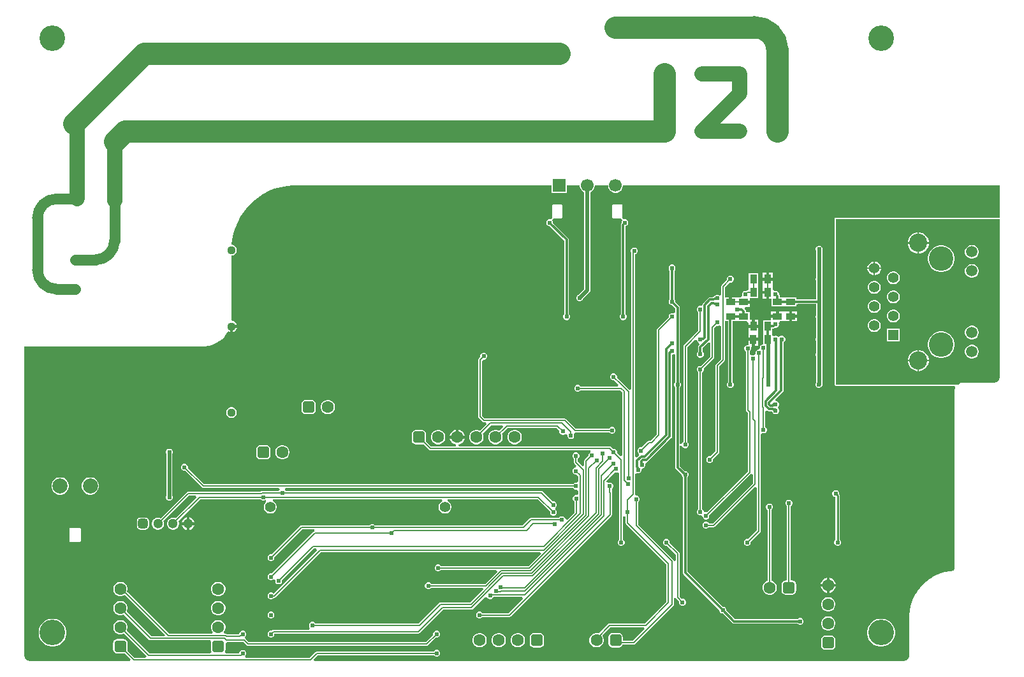
<source format=gbr>
%TF.GenerationSoftware,Altium Limited,Altium Designer,22.7.1 (60)*%
G04 Layer_Physical_Order=2*
G04 Layer_Color=16711680*
%FSLAX43Y43*%
%MOMM*%
%TF.SameCoordinates,78523E66-F16A-4A5C-AB3F-0B208B4BDBBB*%
%TF.FilePolarity,Positive*%
%TF.FileFunction,Copper,L2,Bot,Signal*%
%TF.Part,Single*%
G01*
G75*
%TA.AperFunction,Conductor*%
%ADD10C,1.400*%
%ADD11C,3.000*%
%TA.AperFunction,SMDPad,CuDef*%
%ADD17R,1.300X0.900*%
%ADD18R,0.900X1.300*%
%TA.AperFunction,Conductor*%
%ADD35C,2.000*%
%ADD36C,0.300*%
%ADD37C,0.200*%
%ADD38C,0.250*%
%ADD39C,0.500*%
%TA.AperFunction,ComponentPad*%
%ADD40C,1.110*%
%ADD41R,1.110X1.110*%
G04:AMPARAMS|DCode=42|XSize=1.95mm|YSize=1.95mm|CornerRadius=0.488mm|HoleSize=0mm|Usage=FLASHONLY|Rotation=180.000|XOffset=0mm|YOffset=0mm|HoleType=Round|Shape=RoundedRectangle|*
%AMROUNDEDRECTD42*
21,1,1.950,0.975,0,0,180.0*
21,1,0.975,1.950,0,0,180.0*
1,1,0.975,-0.488,0.488*
1,1,0.975,0.488,0.488*
1,1,0.975,0.488,-0.488*
1,1,0.975,-0.488,-0.488*
%
%ADD42ROUNDEDRECTD42*%
%ADD43C,1.950*%
%ADD44R,1.700X1.700*%
%ADD45C,1.700*%
%ADD46R,1.408X1.408*%
%ADD47C,1.408*%
%ADD48C,3.250*%
%ADD49C,2.400*%
%ADD50C,1.508*%
%ADD51C,1.400*%
%ADD52C,1.600*%
G04:AMPARAMS|DCode=53|XSize=1.6mm|YSize=1.6mm|CornerRadius=0.4mm|HoleSize=0mm|Usage=FLASHONLY|Rotation=90.000|XOffset=0mm|YOffset=0mm|HoleType=Round|Shape=RoundedRectangle|*
%AMROUNDEDRECTD53*
21,1,1.600,0.800,0,0,90.0*
21,1,0.800,1.600,0,0,90.0*
1,1,0.800,0.400,0.400*
1,1,0.800,0.400,-0.400*
1,1,0.800,-0.400,-0.400*
1,1,0.800,-0.400,0.400*
%
%ADD53ROUNDEDRECTD53*%
G04:AMPARAMS|DCode=54|XSize=1.6mm|YSize=1.6mm|CornerRadius=0.4mm|HoleSize=0mm|Usage=FLASHONLY|Rotation=0.000|XOffset=0mm|YOffset=0mm|HoleType=Round|Shape=RoundedRectangle|*
%AMROUNDEDRECTD54*
21,1,1.600,0.800,0,0,0.0*
21,1,0.800,1.600,0,0,0.0*
1,1,0.800,0.400,-0.400*
1,1,0.800,-0.400,-0.400*
1,1,0.800,-0.400,0.400*
1,1,0.800,0.400,0.400*
%
%ADD54ROUNDEDRECTD54*%
%ADD55C,2.000*%
%TA.AperFunction,ViaPad*%
%ADD56C,3.400*%
%TA.AperFunction,ComponentPad*%
%ADD57C,1.300*%
G04:AMPARAMS|DCode=58|XSize=1.3mm|YSize=1.3mm|CornerRadius=0.325mm|HoleSize=0mm|Usage=FLASHONLY|Rotation=180.000|XOffset=0mm|YOffset=0mm|HoleType=Round|Shape=RoundedRectangle|*
%AMROUNDEDRECTD58*
21,1,1.300,0.650,0,0,180.0*
21,1,0.650,1.300,0,0,180.0*
1,1,0.650,-0.325,0.325*
1,1,0.650,0.325,0.325*
1,1,0.650,0.325,-0.325*
1,1,0.650,-0.325,-0.325*
%
%ADD58ROUNDEDRECTD58*%
%TA.AperFunction,ViaPad*%
%ADD59C,0.610*%
G36*
X145745Y63163D02*
X124019Y63163D01*
X124000Y63163D01*
X124000Y63163D01*
X123884Y63116D01*
X123837Y63000D01*
X123837Y63000D01*
X123837Y62981D01*
Y41000D01*
X123884Y40884D01*
X124000Y40837D01*
X139755D01*
X139864Y40675D01*
X139897Y40590D01*
X139883Y40569D01*
X139808Y40388D01*
X139803Y40363D01*
X139793Y40340D01*
X139755Y40148D01*
Y40129D01*
X139750Y40111D01*
X139745Y40013D01*
X139746Y40006D01*
X139745Y40000D01*
X139745Y16478D01*
X139681Y16246D01*
X139095Y16189D01*
X139083Y16185D01*
X139070D01*
X138492Y16070D01*
X138481Y16065D01*
X138468Y16064D01*
X137905Y15893D01*
X137894Y15887D01*
X137881Y15885D01*
X137337Y15659D01*
X137327Y15652D01*
X137315Y15649D01*
X136795Y15371D01*
X136785Y15363D01*
X136774Y15358D01*
X136284Y15031D01*
X136275Y15022D01*
X136264Y15016D01*
X135809Y14643D01*
X135801Y14633D01*
X135790Y14626D01*
X135374Y14210D01*
X135367Y14199D01*
X135357Y14191D01*
X134984Y13736D01*
X134978Y13725D01*
X134969Y13716D01*
X134642Y13226D01*
X134637Y13215D01*
X134629Y13205D01*
X134351Y12685D01*
X134348Y12673D01*
X134341Y12663D01*
X134115Y12119D01*
X134113Y12106D01*
X134107Y12095D01*
X133936Y11532D01*
X133935Y11519D01*
X133930Y11508D01*
X133815Y10930D01*
Y10917D01*
X133811Y10905D01*
X133754Y10319D01*
X133755Y10310D01*
X133752Y10301D01*
X133745Y10006D01*
X133746Y10003D01*
X133745Y10000D01*
X133745Y4927D01*
X133716Y4783D01*
X133660Y4647D01*
X133579Y4525D01*
X133475Y4421D01*
X133353Y4340D01*
X133217Y4284D01*
X133073Y4255D01*
X54766D01*
X54670Y4486D01*
X55200Y5016D01*
X70612D01*
X70613Y5014D01*
X70742Y4885D01*
X70909Y4816D01*
X71091D01*
X71258Y4885D01*
X71387Y5014D01*
X71456Y5181D01*
Y5363D01*
X71387Y5530D01*
X71258Y5658D01*
X71091Y5728D01*
X70909D01*
X70742Y5658D01*
X70613Y5530D01*
X70612Y5528D01*
X55094D01*
X55094Y5528D01*
X54996Y5508D01*
X54913Y5453D01*
X54913Y5453D01*
X54116Y4656D01*
X45627D01*
X45599Y4705D01*
X45551Y4906D01*
X45637Y4992D01*
X45706Y5159D01*
Y5341D01*
X45637Y5508D01*
X45508Y5637D01*
X45341Y5706D01*
X45159D01*
X44992Y5637D01*
X44863Y5508D01*
X44794Y5341D01*
Y5256D01*
X43006D01*
X42873Y5506D01*
X42919Y5575D01*
X42962Y5790D01*
Y6513D01*
X43023Y6632D01*
X43186Y6744D01*
X45334D01*
X45759Y6319D01*
X45759Y6319D01*
X45842Y6264D01*
X45940Y6244D01*
X69688D01*
X69688Y6244D01*
X69786Y6264D01*
X69869Y6319D01*
X70907Y7357D01*
X70909Y7356D01*
X71091D01*
X71258Y7425D01*
X71387Y7554D01*
X71456Y7721D01*
Y7903D01*
X71387Y8070D01*
X71258Y8198D01*
X71091Y8268D01*
X70909D01*
X70742Y8198D01*
X70613Y8070D01*
X70544Y7903D01*
Y7721D01*
X70545Y7719D01*
X69582Y6756D01*
X46046D01*
X45621Y7181D01*
X45595Y7198D01*
X45572Y7253D01*
X45551Y7402D01*
X45558Y7487D01*
X45625Y7555D01*
X45695Y7723D01*
Y7904D01*
X45625Y8072D01*
X45497Y8200D01*
X45330Y8269D01*
X45148D01*
X44981Y8200D01*
X44852Y8072D01*
X44783Y7904D01*
Y7768D01*
X44771Y7756D01*
X43183D01*
X43166Y7773D01*
X43083Y7828D01*
X42985Y7848D01*
X42985Y7848D01*
X42816D01*
X42713Y8098D01*
X42761Y8146D01*
X42886Y8363D01*
X42951Y8605D01*
Y8855D01*
X42886Y9097D01*
X42761Y9314D01*
X42584Y9491D01*
X42367Y9616D01*
X42125Y9681D01*
X41875D01*
X41633Y9616D01*
X41416Y9491D01*
X41239Y9314D01*
X41114Y9097D01*
X41049Y8855D01*
Y8605D01*
X41114Y8363D01*
X41239Y8146D01*
X41287Y8098D01*
X41184Y7848D01*
X35514D01*
X29893Y13469D01*
X29951Y13685D01*
Y13935D01*
X29886Y14177D01*
X29761Y14394D01*
X29584Y14571D01*
X29367Y14696D01*
X29125Y14761D01*
X28875D01*
X28633Y14696D01*
X28416Y14571D01*
X28239Y14394D01*
X28114Y14177D01*
X28049Y13935D01*
Y13685D01*
X28114Y13443D01*
X28239Y13226D01*
X28416Y13049D01*
X28633Y12924D01*
X28875Y12859D01*
X29125D01*
X29367Y12924D01*
X29584Y13049D01*
X29587Y13052D01*
X34910Y7728D01*
X34815Y7497D01*
X33135D01*
X29829Y10803D01*
X29886Y10903D01*
X29951Y11145D01*
Y11395D01*
X29886Y11637D01*
X29761Y11854D01*
X29584Y12031D01*
X29367Y12156D01*
X29125Y12221D01*
X28875D01*
X28633Y12156D01*
X28416Y12031D01*
X28239Y11854D01*
X28114Y11637D01*
X28049Y11395D01*
Y11145D01*
X28114Y10903D01*
X28239Y10686D01*
X28416Y10509D01*
X28633Y10384D01*
X28875Y10319D01*
X29125D01*
X29367Y10384D01*
X29467Y10441D01*
X32848Y7060D01*
X32848Y7060D01*
X32931Y7005D01*
X33029Y6985D01*
X33029Y6985D01*
X40924D01*
X41067Y6735D01*
X41038Y6590D01*
Y5790D01*
X41081Y5575D01*
X41127Y5506D01*
X40994Y5256D01*
X32836D01*
X29829Y8263D01*
X29886Y8363D01*
X29951Y8605D01*
Y8855D01*
X29886Y9097D01*
X29761Y9314D01*
X29584Y9491D01*
X29367Y9616D01*
X29125Y9681D01*
X28875D01*
X28633Y9616D01*
X28416Y9491D01*
X28239Y9314D01*
X28114Y9097D01*
X28049Y8855D01*
Y8605D01*
X28114Y8363D01*
X28239Y8146D01*
X28416Y7969D01*
X28633Y7844D01*
X28875Y7779D01*
X29125D01*
X29367Y7844D01*
X29467Y7901D01*
X32462Y4906D01*
X32359Y4656D01*
X30896D01*
X29929Y5623D01*
X29962Y5790D01*
Y6590D01*
X29919Y6805D01*
X29797Y6987D01*
X29615Y7109D01*
X29400Y7152D01*
X28600D01*
X28385Y7109D01*
X28203Y6987D01*
X28081Y6805D01*
X28038Y6590D01*
Y5790D01*
X28081Y5575D01*
X28203Y5393D01*
X28385Y5271D01*
X28600Y5228D01*
X29400D01*
X29567Y5261D01*
X30342Y4486D01*
X30247Y4255D01*
X16927D01*
X16783Y4284D01*
X16647Y4340D01*
X16525Y4421D01*
X16421Y4525D01*
X16340Y4647D01*
X16284Y4783D01*
X16255Y4927D01*
X16255Y5000D01*
Y46050D01*
X39928Y46050D01*
X40179Y46058D01*
X40676Y46124D01*
X41160Y46253D01*
X41623Y46445D01*
X42057Y46696D01*
X42455Y47001D01*
X42809Y47355D01*
X43114Y47753D01*
X43308Y48089D01*
X43469Y47996D01*
X43560Y47972D01*
Y48700D01*
X43760D01*
Y48900D01*
X44488D01*
X44464Y48991D01*
X44364Y49164D01*
X44224Y49304D01*
X44051Y49404D01*
X43859Y49455D01*
X43754Y49705D01*
X43760Y49882D01*
X43760Y49882D01*
Y58154D01*
X43853D01*
X44033Y58202D01*
X44193Y58295D01*
X44325Y58427D01*
X44418Y58588D01*
X44466Y58767D01*
Y58953D01*
X44418Y59133D01*
X44325Y59293D01*
X44193Y59425D01*
X44033Y59518D01*
X43853Y59566D01*
X43790Y59636D01*
X43843Y60172D01*
X44007Y61000D01*
X44252Y61807D01*
X44575Y62587D01*
X44973Y63331D01*
X45442Y64033D01*
X45978Y64686D01*
X46574Y65282D01*
X47227Y65818D01*
X47929Y66287D01*
X48673Y66685D01*
X49453Y67008D01*
X50260Y67253D01*
X51088Y67417D01*
X51928Y67500D01*
X52350D01*
X52350Y67500D01*
Y67500D01*
X86249D01*
Y66499D01*
X88251D01*
Y67500D01*
X89098D01*
X89999D01*
Y67368D01*
X90067Y67114D01*
X90199Y66885D01*
X90385Y66699D01*
X90591Y66580D01*
Y64205D01*
X90544Y64091D01*
Y63909D01*
X90591Y63795D01*
Y58955D01*
X90544Y58841D01*
Y58659D01*
X90591Y58545D01*
Y53669D01*
X89856Y52934D01*
X89742Y52887D01*
X89613Y52758D01*
X89544Y52591D01*
Y52409D01*
X89613Y52242D01*
X89742Y52113D01*
X89909Y52044D01*
X90091D01*
X90258Y52113D01*
X90387Y52242D01*
X90434Y52356D01*
X91289Y53211D01*
X91378Y53344D01*
X91409Y53500D01*
Y58545D01*
X91456Y58659D01*
Y58841D01*
X91409Y58955D01*
Y63795D01*
X91456Y63909D01*
Y64091D01*
X91409Y64205D01*
Y66580D01*
X91615Y66699D01*
X91801Y66885D01*
X91933Y67114D01*
X92001Y67368D01*
Y67500D01*
X93749D01*
Y67368D01*
X93817Y67114D01*
X93949Y66885D01*
X94135Y66699D01*
X94364Y66567D01*
X94618Y66499D01*
X94882D01*
X95136Y66567D01*
X95365Y66699D01*
X95551Y66885D01*
X95683Y67114D01*
X95751Y67368D01*
Y67500D01*
X145745Y67500D01*
Y63163D01*
D02*
G37*
G36*
Y63000D02*
Y42000D01*
Y41927D01*
X145716Y41783D01*
X145660Y41647D01*
X145579Y41525D01*
X145475Y41421D01*
X145353Y41340D01*
X145217Y41284D01*
X145073Y41255D01*
X141000D01*
X140994Y41254D01*
X140987Y41255D01*
X140889Y41250D01*
X140871Y41245D01*
X140852D01*
X140660Y41207D01*
X140637Y41197D01*
X140612Y41192D01*
X140431Y41117D01*
X140410Y41103D01*
X140387Y41094D01*
X140247Y41000D01*
X124000D01*
Y63000D01*
X145745Y63000D01*
D02*
G37*
%LPC*%
G36*
X87500Y64964D02*
X86500D01*
X86384Y64916D01*
X86337Y64800D01*
Y63275D01*
X86337Y63200D01*
X86343Y63151D01*
X86342Y63116D01*
X86173Y62940D01*
X86109Y62948D01*
X86091Y62956D01*
X86091Y62956D01*
X86079Y62956D01*
X85909D01*
X85742Y62887D01*
X85613Y62758D01*
X85544Y62591D01*
Y62409D01*
X85613Y62242D01*
X85742Y62113D01*
X85909Y62044D01*
X86022D01*
X87943Y60123D01*
Y50338D01*
X87863Y50258D01*
X87794Y50091D01*
Y49909D01*
X87863Y49742D01*
X87992Y49613D01*
X88159Y49544D01*
X88341D01*
X88508Y49613D01*
X88637Y49742D01*
X88706Y49909D01*
Y50091D01*
X88637Y50258D01*
X88557Y50338D01*
Y60250D01*
X88534Y60367D01*
X88467Y60467D01*
X86456Y62478D01*
Y62591D01*
X86405Y62713D01*
X86387Y62758D01*
X86373Y62805D01*
X86370Y62853D01*
X86541Y63036D01*
X86589Y63036D01*
X87500D01*
X87616Y63084D01*
X87663Y63200D01*
Y64800D01*
X87616Y64916D01*
X87500Y64964D01*
D02*
G37*
G36*
X115607Y55850D02*
X115157D01*
Y55200D01*
X115607D01*
Y55850D01*
D02*
G37*
G36*
X114757D02*
X114307D01*
Y55200D01*
X114757D01*
Y55850D01*
D02*
G37*
G36*
Y53050D02*
X114307D01*
Y52400D01*
X114757D01*
Y53050D01*
D02*
G37*
G36*
X121891Y59456D02*
X121709D01*
X121542Y59387D01*
X121413Y59258D01*
X121344Y59091D01*
Y58909D01*
X121391Y58795D01*
Y55205D01*
X121344Y55091D01*
Y54909D01*
X121391Y54795D01*
Y52307D01*
X118808D01*
Y52551D01*
X117206D01*
Y52551D01*
X117058D01*
Y52551D01*
X116563D01*
Y52743D01*
X116540Y52861D01*
X116474Y52960D01*
X116456Y52978D01*
Y53091D01*
X116387Y53258D01*
X116258Y53387D01*
X116091Y53456D01*
X115909D01*
X115857Y53434D01*
X115609Y53576D01*
X115607Y53581D01*
X115607Y54100D01*
X115607Y54350D01*
Y54800D01*
X114957D01*
X114307D01*
Y54350D01*
X114307Y54150D01*
X114307Y53900D01*
Y53450D01*
X114957D01*
Y53250D01*
X115157D01*
Y52400D01*
X115456D01*
Y51349D01*
X117058D01*
Y51349D01*
X117206D01*
Y51349D01*
X118808D01*
Y51653D01*
X118874Y51666D01*
X118914Y51693D01*
X121391D01*
Y50205D01*
X121344Y50091D01*
Y49909D01*
X121391Y49795D01*
Y47205D01*
X121344Y47091D01*
Y46909D01*
X121391Y46795D01*
Y45205D01*
X121344Y45091D01*
Y44909D01*
X121391Y44795D01*
Y41286D01*
X121363Y41258D01*
X121294Y41091D01*
Y40909D01*
X121363Y40742D01*
X121492Y40613D01*
X121659Y40544D01*
X121841D01*
X122008Y40613D01*
X122137Y40742D01*
X122206Y40909D01*
Y40986D01*
X122209Y41000D01*
Y44795D01*
X122256Y44909D01*
Y45091D01*
X122209Y45205D01*
Y46795D01*
X122256Y46909D01*
Y47091D01*
X122209Y47205D01*
Y49795D01*
X122256Y49909D01*
Y50091D01*
X122209Y50205D01*
Y51795D01*
X122256Y51909D01*
Y52091D01*
X122209Y52205D01*
Y54795D01*
X122256Y54909D01*
Y55091D01*
X122209Y55205D01*
Y58795D01*
X122256Y58909D01*
Y59091D01*
X122187Y59258D01*
X122058Y59387D01*
X121891Y59456D01*
D02*
G37*
G36*
X118207Y50700D02*
Y50250D01*
X118857D01*
Y50700D01*
X118207D01*
D02*
G37*
G36*
X116057D02*
X115407D01*
Y50250D01*
X116057D01*
Y50700D01*
D02*
G37*
G36*
X95500Y64964D02*
X94500D01*
X94384Y64916D01*
X94337Y64800D01*
Y63200D01*
X94384Y63084D01*
X94500Y63036D01*
X95392D01*
X95459Y63036D01*
X95630Y62853D01*
X95627Y62805D01*
X95613Y62758D01*
X95595Y62713D01*
X95544Y62591D01*
Y62476D01*
X95533Y62465D01*
X95466Y62365D01*
X95443Y62248D01*
Y50338D01*
X95363Y50258D01*
X95294Y50091D01*
Y49909D01*
X95363Y49742D01*
X95492Y49613D01*
X95659Y49544D01*
X95841D01*
X96008Y49613D01*
X96137Y49742D01*
X96206Y49909D01*
Y50091D01*
X96137Y50258D01*
X96057Y50338D01*
Y62044D01*
X96091D01*
X96258Y62113D01*
X96387Y62242D01*
X96456Y62409D01*
Y62591D01*
X96387Y62758D01*
X96258Y62887D01*
X96091Y62956D01*
X95921D01*
X95909Y62956D01*
X95909Y62956D01*
X95891Y62948D01*
X95827Y62940D01*
X95658Y63116D01*
X95657Y63151D01*
X95663Y63200D01*
X95663Y63275D01*
Y64800D01*
X95616Y64916D01*
X95500Y64964D01*
D02*
G37*
G36*
X118857Y49850D02*
X118207D01*
Y49400D01*
X118857D01*
Y49850D01*
D02*
G37*
G36*
X97341Y59206D02*
X97159D01*
X96992Y59137D01*
X96863Y59008D01*
X96794Y58841D01*
Y58659D01*
X96836Y58558D01*
X96823Y58495D01*
X96823Y58495D01*
Y40394D01*
X96573Y40290D01*
X95658Y41206D01*
X95654Y41208D01*
X94955Y41907D01*
X94956Y41909D01*
Y42091D01*
X94887Y42258D01*
X94758Y42387D01*
X94591Y42456D01*
X94409D01*
X94242Y42387D01*
X94113Y42258D01*
X94044Y42091D01*
Y41909D01*
X94113Y41742D01*
X94242Y41613D01*
X94409Y41544D01*
X94591D01*
X94593Y41545D01*
X95132Y41006D01*
X95029Y40756D01*
X90138D01*
X90137Y40758D01*
X90008Y40887D01*
X89841Y40956D01*
X89659D01*
X89492Y40887D01*
X89363Y40758D01*
X89294Y40591D01*
Y40409D01*
X89363Y40242D01*
X89492Y40113D01*
X89659Y40044D01*
X89841D01*
X90008Y40113D01*
X90137Y40242D01*
X90138Y40244D01*
X95399D01*
X95655Y39988D01*
Y31534D01*
X95424Y31438D01*
X94955Y31907D01*
X94956Y31909D01*
Y32091D01*
X94887Y32258D01*
X94758Y32387D01*
X94591Y32456D01*
X94409D01*
X94407Y32455D01*
X94176Y32686D01*
X94093Y32741D01*
X93995Y32761D01*
X93995Y32761D01*
X93220D01*
X93215Y32762D01*
X93215Y32762D01*
X92795D01*
X92795Y32762D01*
X92790Y32761D01*
X73935D01*
X73902Y33011D01*
X74116Y33068D01*
X74344Y33200D01*
X74530Y33386D01*
X74662Y33614D01*
X74712Y33800D01*
X72748D01*
X72798Y33614D01*
X72930Y33386D01*
X73116Y33200D01*
X73344Y33068D01*
X73558Y33011D01*
X73525Y32761D01*
X70251D01*
X69579Y33433D01*
X69612Y33600D01*
Y34400D01*
X69569Y34615D01*
X69447Y34797D01*
X69265Y34919D01*
X69050Y34962D01*
X68250D01*
X68035Y34919D01*
X67853Y34797D01*
X67731Y34615D01*
X67688Y34400D01*
Y33600D01*
X67731Y33385D01*
X67853Y33203D01*
X68035Y33081D01*
X68250Y33038D01*
X69050D01*
X69217Y33071D01*
X69964Y32324D01*
X70047Y32269D01*
X70145Y32249D01*
X70145Y32249D01*
X91402D01*
X91451Y31999D01*
X91337Y31952D01*
X91208Y31823D01*
X91139Y31656D01*
Y31501D01*
X90670Y31032D01*
X90615Y30949D01*
X90595Y30851D01*
X90595Y30851D01*
Y30208D01*
X90364Y30112D01*
X89756Y30720D01*
Y31112D01*
X89758Y31113D01*
X89887Y31242D01*
X89956Y31409D01*
Y31591D01*
X89887Y31758D01*
X89758Y31887D01*
X89591Y31956D01*
X89409D01*
X89242Y31887D01*
X89113Y31758D01*
X89044Y31591D01*
Y31409D01*
X89113Y31242D01*
X89242Y31113D01*
X89244Y31112D01*
Y30614D01*
X89244Y30614D01*
X89264Y30516D01*
X89319Y30433D01*
X89546Y30206D01*
X89443Y29956D01*
X89409D01*
X89242Y29887D01*
X89113Y29758D01*
X89044Y29591D01*
Y29409D01*
X89113Y29242D01*
X89242Y29113D01*
X89409Y29044D01*
X89591D01*
X89593Y29045D01*
X89830Y28809D01*
Y28128D01*
X89591Y27956D01*
X89409D01*
X89242Y27887D01*
X89113Y27758D01*
X89112Y27756D01*
X40106D01*
X37955Y29907D01*
X37956Y29909D01*
Y30091D01*
X37887Y30258D01*
X37758Y30387D01*
X37591Y30456D01*
X37409D01*
X37242Y30387D01*
X37113Y30258D01*
X37044Y30091D01*
Y29909D01*
X37113Y29742D01*
X37242Y29613D01*
X37409Y29544D01*
X37591D01*
X37593Y29545D01*
X39819Y27319D01*
X39819Y27319D01*
X39902Y27264D01*
X40000Y27244D01*
X40000Y27244D01*
X50034D01*
X50147Y26994D01*
X50139Y26981D01*
X50022Y26875D01*
X47833D01*
X47833Y26875D01*
X47735Y26855D01*
X47652Y26800D01*
X47652Y26800D01*
X47608Y26756D01*
X38000D01*
X38000Y26756D01*
X37902Y26736D01*
X37819Y26681D01*
X37819Y26681D01*
X34357Y23219D01*
X34309Y23246D01*
X34105Y23301D01*
X33895D01*
X33691Y23246D01*
X33508Y23141D01*
X33359Y22992D01*
X33254Y22809D01*
X33199Y22605D01*
Y22395D01*
X33254Y22191D01*
X33359Y22008D01*
X33508Y21859D01*
X33691Y21754D01*
X33895Y21699D01*
X34105D01*
X34309Y21754D01*
X34492Y21859D01*
X34641Y22008D01*
X34746Y22191D01*
X34801Y22395D01*
Y22605D01*
X34746Y22809D01*
X34719Y22857D01*
X38106Y26244D01*
X39029D01*
X39132Y25994D01*
X36357Y23219D01*
X36309Y23246D01*
X36105Y23301D01*
X35895D01*
X35691Y23246D01*
X35508Y23141D01*
X35359Y22992D01*
X35254Y22809D01*
X35199Y22605D01*
Y22395D01*
X35254Y22191D01*
X35359Y22008D01*
X35508Y21859D01*
X35691Y21754D01*
X35895Y21699D01*
X36105D01*
X36309Y21754D01*
X36492Y21859D01*
X36641Y22008D01*
X36746Y22191D01*
X36801Y22395D01*
Y22605D01*
X36746Y22809D01*
X36719Y22857D01*
X39606Y25744D01*
X47612D01*
X47613Y25742D01*
X47742Y25613D01*
X47909Y25544D01*
X48091D01*
X48258Y25613D01*
X48289Y25644D01*
X48311Y25637D01*
X48350Y25475D01*
X48350Y25362D01*
X48213Y25225D01*
X48101Y25031D01*
X48043Y24815D01*
Y24591D01*
X48101Y24374D01*
X48213Y24180D01*
X48372Y24022D01*
X48566Y23910D01*
X48782Y23852D01*
X49006D01*
X49223Y23910D01*
X49417Y24022D01*
X49575Y24180D01*
X49687Y24374D01*
X49745Y24591D01*
Y24815D01*
X49687Y25031D01*
X49575Y25225D01*
X49417Y25384D01*
X49223Y25496D01*
X49262Y25744D01*
X71727D01*
X71766Y25496D01*
X71572Y25384D01*
X71413Y25225D01*
X71301Y25031D01*
X71243Y24815D01*
Y24591D01*
X71301Y24374D01*
X71413Y24180D01*
X71572Y24022D01*
X71766Y23910D01*
X71982Y23852D01*
X72206D01*
X72423Y23910D01*
X72617Y24022D01*
X72775Y24180D01*
X72887Y24374D01*
X72945Y24591D01*
Y24815D01*
X72887Y25031D01*
X72775Y25225D01*
X72617Y25384D01*
X72423Y25496D01*
X72462Y25744D01*
X84394D01*
X86045Y24093D01*
X86044Y24091D01*
Y23909D01*
X86113Y23742D01*
X86242Y23613D01*
X86409Y23544D01*
X86591D01*
X86758Y23613D01*
X86887Y23742D01*
X86956Y23909D01*
Y24091D01*
X86887Y24258D01*
X86789Y24356D01*
X86772Y24500D01*
X86789Y24644D01*
X86887Y24742D01*
X86956Y24909D01*
Y25091D01*
X86887Y25258D01*
X86758Y25387D01*
X86591Y25456D01*
X86409D01*
X86407Y25455D01*
X85062Y26800D01*
X84979Y26855D01*
X84881Y26875D01*
X84881Y26875D01*
X50959D01*
X50843Y26981D01*
X50834Y26994D01*
X50948Y27244D01*
X89112D01*
X89113Y27242D01*
X89242Y27113D01*
X89409Y27044D01*
X89591D01*
X89830Y26872D01*
Y26493D01*
X89618Y26310D01*
X89436D01*
X89269Y26241D01*
X89140Y26112D01*
X89071Y25945D01*
Y25763D01*
X89140Y25596D01*
X89269Y25467D01*
X89324Y25445D01*
Y23970D01*
X88345Y22991D01*
X88095Y23095D01*
Y23115D01*
X88025Y23283D01*
X87897Y23411D01*
X87730Y23481D01*
X87548D01*
X87381Y23411D01*
X87252Y23283D01*
X87251Y23281D01*
X83525D01*
X83525Y23281D01*
X83427Y23261D01*
X83344Y23206D01*
X83344Y23206D01*
X82394Y22256D01*
X62820D01*
X62819Y22258D01*
X62690Y22387D01*
X62523Y22456D01*
X62341D01*
X62174Y22387D01*
X62045Y22258D01*
X62044Y22256D01*
X53028D01*
X53028Y22256D01*
X52930Y22236D01*
X52847Y22181D01*
X52847Y22181D01*
X49093Y18427D01*
X49091Y18428D01*
X48909D01*
X48742Y18359D01*
X48613Y18230D01*
X48544Y18063D01*
Y17881D01*
X48613Y17714D01*
X48742Y17585D01*
X48909Y17516D01*
X49091D01*
X49258Y17585D01*
X49387Y17714D01*
X49456Y17881D01*
Y18063D01*
X49455Y18065D01*
X53134Y21744D01*
X54734D01*
X54758Y21494D01*
X54720Y21486D01*
X54637Y21431D01*
X54637Y21431D01*
X49093Y15887D01*
X49091Y15888D01*
X48909D01*
X48742Y15819D01*
X48613Y15690D01*
X48544Y15523D01*
Y15341D01*
X48613Y15174D01*
X48742Y15045D01*
X48909Y14976D01*
X49091D01*
X49258Y15045D01*
X49322Y15109D01*
X49351Y15138D01*
X49561Y14998D01*
X49556Y14981D01*
X49556Y14981D01*
X49556Y14969D01*
Y14799D01*
X49626Y14632D01*
X49754Y14503D01*
X49922Y14434D01*
X50103D01*
X50271Y14503D01*
X50399Y14632D01*
X50468Y14799D01*
Y14981D01*
X50467Y14983D01*
X54729Y19244D01*
X55029D01*
X55132Y18994D01*
X49337Y13199D01*
X49258Y13279D01*
X49091Y13348D01*
X48909D01*
X48742Y13279D01*
X48613Y13150D01*
X48544Y12983D01*
Y12801D01*
X48613Y12634D01*
X48742Y12505D01*
X48909Y12436D01*
X49091D01*
X49258Y12505D01*
X49387Y12634D01*
X49388Y12636D01*
X49392D01*
X49392Y12636D01*
X49490Y12656D01*
X49573Y12711D01*
X55606Y18744D01*
X84764D01*
X84860Y18513D01*
X83202Y16856D01*
X71578D01*
X71577Y16858D01*
X71448Y16987D01*
X71281Y17056D01*
X71099D01*
X70932Y16987D01*
X70803Y16858D01*
X70734Y16691D01*
Y16509D01*
X70803Y16342D01*
X70932Y16213D01*
X71099Y16144D01*
X71281D01*
X71448Y16213D01*
X71577Y16342D01*
X71578Y16344D01*
X78929D01*
X79025Y16113D01*
X77418Y14506D01*
X70288D01*
X70287Y14508D01*
X70158Y14637D01*
X69991Y14706D01*
X69809D01*
X69642Y14637D01*
X69513Y14508D01*
X69444Y14341D01*
Y14159D01*
X69513Y13992D01*
X69642Y13863D01*
X69809Y13794D01*
X69991D01*
X70158Y13863D01*
X70287Y13992D01*
X70288Y13994D01*
X77076D01*
X77171Y13763D01*
X75464Y12056D01*
X71500D01*
X71402Y12036D01*
X71319Y11981D01*
X71319Y11981D01*
X68594Y9256D01*
X54888D01*
X54887Y9258D01*
X54758Y9387D01*
X54591Y9456D01*
X54409D01*
X54242Y9387D01*
X54113Y9258D01*
X54044Y9091D01*
Y8909D01*
X54113Y8742D01*
X54187Y8668D01*
X54111Y8418D01*
X49350D01*
X49350Y8418D01*
X49252Y8398D01*
X49169Y8343D01*
X49169Y8343D01*
X49093Y8267D01*
X49091Y8268D01*
X48909D01*
X48742Y8199D01*
X48613Y8070D01*
X48544Y7903D01*
Y7721D01*
X48613Y7554D01*
X48742Y7425D01*
X48909Y7356D01*
X49091D01*
X49258Y7425D01*
X49387Y7554D01*
X49456Y7721D01*
Y7903D01*
X49687Y7906D01*
X68594D01*
X68594Y7906D01*
X68692Y7925D01*
X68775Y7981D01*
X71890Y11096D01*
X75618D01*
X75618Y11096D01*
X75716Y11115D01*
X75799Y11171D01*
X77423Y12795D01*
X77439Y12797D01*
X77704Y12722D01*
X77729Y12661D01*
X77857Y12532D01*
X78025Y12463D01*
X78206D01*
X78374Y12532D01*
X78502Y12661D01*
X78534Y12738D01*
X78810D01*
X78810Y12738D01*
X78840Y12744D01*
X82345D01*
X82440Y12513D01*
X80535Y10608D01*
X77078D01*
X77077Y10610D01*
X76948Y10738D01*
X76781Y10808D01*
X76599D01*
X76432Y10738D01*
X76303Y10610D01*
X76234Y10443D01*
Y10261D01*
X76303Y10094D01*
X76432Y9965D01*
X76599Y9896D01*
X76781D01*
X76948Y9965D01*
X77077Y10094D01*
X77078Y10096D01*
X80641D01*
X80641Y10096D01*
X80739Y10115D01*
X80822Y10171D01*
X94191Y23540D01*
X94191Y23540D01*
X94246Y23623D01*
X94266Y23721D01*
X94266Y23721D01*
Y26629D01*
X94266Y26629D01*
X94256Y26679D01*
Y27112D01*
X94258Y27113D01*
X94387Y27242D01*
X94456Y27409D01*
Y27591D01*
X94387Y27758D01*
X94258Y27887D01*
X94091Y27956D01*
X93909D01*
X93835Y27925D01*
X93603Y28028D01*
X93567Y28064D01*
X93549Y28187D01*
X94686Y29324D01*
X94736Y29303D01*
X94918D01*
X94999Y29337D01*
X95217Y29226D01*
X95249Y29190D01*
Y20390D01*
X95242Y20387D01*
X95113Y20258D01*
X95044Y20091D01*
Y19909D01*
X95113Y19742D01*
X95242Y19613D01*
X95409Y19544D01*
X95591D01*
X95758Y19613D01*
X95887Y19742D01*
X95956Y19909D01*
Y20091D01*
X95887Y20258D01*
X95761Y20384D01*
Y23432D01*
X96011Y23550D01*
X96099Y23478D01*
Y22566D01*
X96099Y22566D01*
X96119Y22468D01*
X96174Y22385D01*
X101494Y17065D01*
Y12106D01*
X98644Y9256D01*
X94000D01*
X94000Y9256D01*
X93902Y9236D01*
X93819Y9181D01*
X93819Y9181D01*
X92540Y7902D01*
X92355Y7951D01*
X92105D01*
X91863Y7886D01*
X91646Y7761D01*
X91469Y7584D01*
X91344Y7367D01*
X91279Y7125D01*
Y6875D01*
X91344Y6633D01*
X91469Y6416D01*
X91646Y6239D01*
X91863Y6114D01*
X92105Y6049D01*
X92355D01*
X92597Y6114D01*
X92814Y6239D01*
X92991Y6416D01*
X93116Y6633D01*
X93181Y6875D01*
Y7125D01*
X93116Y7367D01*
X92991Y7584D01*
X92968Y7607D01*
X94106Y8744D01*
X98529D01*
X98632Y8494D01*
X97044Y6906D01*
X95732D01*
Y7400D01*
X95689Y7615D01*
X95567Y7797D01*
X95385Y7919D01*
X95170Y7962D01*
X94370D01*
X94155Y7919D01*
X93973Y7797D01*
X93851Y7615D01*
X93808Y7400D01*
Y6600D01*
X93851Y6385D01*
X93973Y6203D01*
X94155Y6081D01*
X94370Y6038D01*
X95170D01*
X95385Y6081D01*
X95567Y6203D01*
X95689Y6385D01*
X95691Y6394D01*
X97150D01*
X97150Y6394D01*
X97248Y6414D01*
X97331Y6469D01*
X102431Y11569D01*
X102431Y11569D01*
X102486Y11652D01*
X102506Y11750D01*
Y12616D01*
X102756Y12640D01*
X102764Y12602D01*
X102819Y12519D01*
X103195Y12143D01*
X103194Y12141D01*
Y11959D01*
X103263Y11792D01*
X103392Y11663D01*
X103559Y11594D01*
X103741D01*
X103908Y11663D01*
X104037Y11792D01*
X104106Y11959D01*
Y12141D01*
X104037Y12308D01*
X103908Y12437D01*
X103741Y12506D01*
X103559D01*
X103557Y12505D01*
X103256Y12806D01*
Y18500D01*
X103236Y18598D01*
X103181Y18681D01*
X103181Y18681D01*
X101955Y19907D01*
X101956Y19909D01*
Y20091D01*
X101887Y20258D01*
X101758Y20387D01*
X101591Y20456D01*
X101409D01*
X101242Y20387D01*
X101113Y20258D01*
X101044Y20091D01*
Y19909D01*
X101113Y19742D01*
X101242Y19613D01*
X101409Y19544D01*
X101591D01*
X101593Y19545D01*
X102744Y18394D01*
Y17584D01*
X102494Y17560D01*
X102486Y17598D01*
X102431Y17681D01*
X102431Y17681D01*
X97756Y22356D01*
Y25362D01*
X97758Y25363D01*
X97887Y25492D01*
X97956Y25659D01*
Y25841D01*
X97887Y26008D01*
X97758Y26137D01*
X97591Y26206D01*
X97531D01*
X97524Y26209D01*
X97352Y26386D01*
X97335Y26437D01*
Y29076D01*
X97344Y29088D01*
X97585Y29222D01*
X97645Y29198D01*
X97826D01*
X97994Y29267D01*
X98122Y29395D01*
X98192Y29563D01*
Y29744D01*
X98406Y29881D01*
X98494Y29917D01*
X98622Y30045D01*
X98692Y30213D01*
Y30394D01*
X98675Y30434D01*
X98827Y30684D01*
X98843D01*
X98960Y30708D01*
X99060Y30774D01*
X102167Y33881D01*
X102234Y33981D01*
X102257Y34098D01*
Y44948D01*
X102489Y45055D01*
X102693Y44929D01*
Y41338D01*
X102613Y41258D01*
X102544Y41091D01*
Y40909D01*
X102613Y40742D01*
X102693Y40662D01*
Y30000D01*
X102716Y29883D01*
X102783Y29783D01*
X103544Y29022D01*
Y28909D01*
X103613Y28742D01*
X103693Y28662D01*
Y16000D01*
X103716Y15883D01*
X103783Y15783D01*
X108544Y11022D01*
Y10909D01*
X108613Y10742D01*
X108742Y10613D01*
X108909Y10544D01*
X109022D01*
X110283Y9283D01*
X110383Y9216D01*
X110500Y9193D01*
X118912D01*
X118992Y9113D01*
X119159Y9044D01*
X119341D01*
X119508Y9113D01*
X119637Y9242D01*
X119706Y9409D01*
Y9591D01*
X119637Y9758D01*
X119508Y9887D01*
X119341Y9956D01*
X119159D01*
X118992Y9887D01*
X118912Y9807D01*
X110627D01*
X109456Y10978D01*
Y11091D01*
X109387Y11258D01*
X109258Y11387D01*
X109091Y11456D01*
X108978D01*
X104307Y16127D01*
Y28662D01*
X104387Y28742D01*
X104456Y28909D01*
Y29091D01*
X104387Y29258D01*
X104258Y29387D01*
X104091Y29456D01*
X103978D01*
X103307Y30127D01*
Y32878D01*
X103544Y32909D01*
X103566Y32857D01*
X103613Y32742D01*
X103742Y32613D01*
X103909Y32544D01*
X104091D01*
X104258Y32613D01*
X104387Y32742D01*
X104456Y32909D01*
Y33091D01*
X104387Y33258D01*
X104258Y33387D01*
X104256Y33388D01*
Y45961D01*
X105294Y46999D01*
X105544Y46909D01*
X105613Y46742D01*
X105742Y46613D01*
X105823Y46580D01*
X105899Y46347D01*
X105896Y46299D01*
X105783Y46186D01*
X105716Y46087D01*
X105693Y45969D01*
Y45338D01*
X105613Y45258D01*
X105544Y45091D01*
Y44909D01*
X105613Y44742D01*
X105742Y44613D01*
X105909Y44544D01*
X106091D01*
X106258Y44613D01*
X106387Y44742D01*
X106456Y44909D01*
Y45091D01*
X106387Y45258D01*
X106307Y45338D01*
Y45842D01*
X107091Y46627D01*
X107341Y46523D01*
Y44703D01*
X106093Y43455D01*
X106091Y43456D01*
X105909D01*
X105742Y43387D01*
X105613Y43258D01*
X105544Y43091D01*
Y42909D01*
X105613Y42742D01*
X105742Y42613D01*
X105744Y42612D01*
Y24441D01*
X105629Y24325D01*
X105559Y24157D01*
Y23976D01*
X105629Y23808D01*
X105757Y23680D01*
X105924Y23611D01*
X106052D01*
X106111Y23606D01*
X106294Y23418D01*
Y23409D01*
X106363Y23242D01*
X106492Y23113D01*
X106659Y23044D01*
X106841D01*
X107008Y23113D01*
X107137Y23242D01*
X107206Y23409D01*
Y23591D01*
X107205Y23593D01*
X112743Y29131D01*
X112743Y29131D01*
X112744Y29133D01*
X112994Y29057D01*
Y27856D01*
X107694Y22556D01*
X107138D01*
X107137Y22558D01*
X107008Y22687D01*
X106841Y22756D01*
X106659D01*
X106492Y22687D01*
X106363Y22558D01*
X106294Y22391D01*
Y22209D01*
X106363Y22042D01*
X106492Y21913D01*
X106659Y21844D01*
X106841D01*
X107008Y21913D01*
X107137Y22042D01*
X107138Y22044D01*
X107800D01*
X107800Y22044D01*
X107898Y22064D01*
X107981Y22119D01*
X113249Y27387D01*
X113499Y27284D01*
Y21611D01*
X112343Y20455D01*
X112341Y20456D01*
X112159D01*
X111992Y20387D01*
X111863Y20258D01*
X111794Y20091D01*
Y19909D01*
X111863Y19742D01*
X111992Y19613D01*
X112159Y19544D01*
X112341D01*
X112508Y19613D01*
X112637Y19742D01*
X112706Y19909D01*
Y20091D01*
X112705Y20093D01*
X113936Y21324D01*
X113936Y21324D01*
X113991Y21407D01*
X114011Y21505D01*
X114011Y21505D01*
Y34364D01*
X114261Y34522D01*
X114290Y34510D01*
X114471D01*
X114639Y34579D01*
X114767Y34708D01*
X114837Y34875D01*
Y35057D01*
X114767Y35224D01*
X114639Y35352D01*
X114637Y35353D01*
Y37457D01*
X114868Y37553D01*
X114891Y37529D01*
X114991Y37463D01*
X115108Y37439D01*
X115476D01*
X115496Y37420D01*
X115556Y37379D01*
X115613Y37242D01*
X115742Y37113D01*
X115909Y37044D01*
X116091D01*
X116258Y37113D01*
X116387Y37242D01*
X116456Y37409D01*
Y37591D01*
X116387Y37758D01*
X116385Y37760D01*
X116282Y37923D01*
X116385Y38087D01*
X116387Y38088D01*
X116456Y38256D01*
Y38437D01*
X116387Y38605D01*
X116258Y38733D01*
X116091Y38803D01*
X116088D01*
X115985Y39053D01*
X116967Y40035D01*
X117034Y40135D01*
X117057Y40252D01*
Y46592D01*
X117108Y46613D01*
X117237Y46742D01*
X117306Y46909D01*
Y47091D01*
X117237Y47258D01*
X117108Y47387D01*
X116941Y47456D01*
X116759D01*
X116592Y47387D01*
X116588Y47383D01*
X116425Y47282D01*
X116262Y47383D01*
X116258Y47387D01*
X116091Y47456D01*
X115909D01*
X115801Y47411D01*
X115617Y47493D01*
X115551Y47549D01*
Y47801D01*
X115551D01*
X115558Y47949D01*
X115558D01*
X115558Y48048D01*
Y48443D01*
X115748D01*
X115865Y48466D01*
X115965Y48533D01*
X115976Y48544D01*
X116091D01*
X116258Y48613D01*
X116387Y48742D01*
X116456Y48909D01*
Y49091D01*
X116431Y49150D01*
X116567Y49392D01*
X116578Y49400D01*
X117107Y49400D01*
X117357Y49400D01*
X117807D01*
Y50050D01*
Y50700D01*
X117357D01*
X117157Y50700D01*
X116907Y50700D01*
X116457D01*
Y50050D01*
X116257D01*
Y49850D01*
X115407D01*
Y49551D01*
X114356D01*
Y47949D01*
X114356D01*
X114349Y47801D01*
X114349D01*
X114349Y47702D01*
Y46299D01*
X114275D01*
X114108Y46230D01*
X113979Y46102D01*
X113910Y45934D01*
Y45873D01*
X113885Y45740D01*
X113685Y45642D01*
X113518Y45572D01*
X113390Y45444D01*
X113320Y45277D01*
Y45095D01*
X113323Y45089D01*
X113131Y44898D01*
X113125Y44900D01*
X112943D01*
X112825Y44852D01*
X112654Y44924D01*
X112575Y44984D01*
Y45382D01*
X112578Y45383D01*
X112706Y45512D01*
X112775Y45679D01*
Y45861D01*
X112759Y45900D01*
X112850Y46050D01*
Y46800D01*
X112400D01*
Y46226D01*
X112366Y46226D01*
X112229D01*
X112061Y46156D01*
X111933Y46028D01*
X111864Y45861D01*
Y45679D01*
X111933Y45512D01*
X112061Y45383D01*
X112064Y45382D01*
Y37606D01*
X112064Y37606D01*
X112083Y37508D01*
X112139Y37425D01*
X112306Y37258D01*
Y29418D01*
X106888Y24000D01*
X106613Y24003D01*
X106471Y24149D01*
Y24157D01*
X106402Y24325D01*
X106273Y24453D01*
X106256Y24461D01*
Y42612D01*
X106258Y42613D01*
X106387Y42742D01*
X106456Y42909D01*
Y43091D01*
X106455Y43093D01*
X107778Y44416D01*
X107778Y44416D01*
X107834Y44499D01*
X107853Y44597D01*
X107853Y44597D01*
Y48491D01*
X108157Y48795D01*
X108159Y48794D01*
X108341D01*
X108508Y48863D01*
X108744Y48746D01*
Y44356D01*
X108069Y43681D01*
X108014Y43598D01*
X107994Y43500D01*
X107994Y43500D01*
Y32106D01*
X107343Y31455D01*
X107341Y31456D01*
X107159D01*
X106992Y31387D01*
X106863Y31258D01*
X106794Y31091D01*
Y30909D01*
X106863Y30742D01*
X106992Y30613D01*
X107159Y30544D01*
X107341D01*
X107508Y30613D01*
X107637Y30742D01*
X107706Y30909D01*
Y31091D01*
X107705Y31093D01*
X108431Y31819D01*
X108431Y31819D01*
X108486Y31902D01*
X108506Y32000D01*
Y43394D01*
X109181Y44069D01*
X109181Y44069D01*
X109236Y44152D01*
X109256Y44250D01*
Y49449D01*
X109693D01*
Y41338D01*
X109613Y41258D01*
X109544Y41091D01*
Y40909D01*
X109613Y40742D01*
X109742Y40613D01*
X109909Y40544D01*
X110091D01*
X110258Y40613D01*
X110387Y40742D01*
X110456Y40909D01*
Y41091D01*
X110387Y41258D01*
X110307Y41338D01*
Y49449D01*
X110808D01*
Y49449D01*
X110956D01*
Y49449D01*
X112172D01*
X112407Y49214D01*
Y48950D01*
X112857D01*
Y49600D01*
X112594D01*
X112558Y49600D01*
X112558Y49636D01*
Y50651D01*
X112063D01*
Y50743D01*
X112040Y50861D01*
X111974Y50960D01*
X111884Y51050D01*
X111988Y51300D01*
X112607D01*
Y51750D01*
X111757D01*
Y52150D01*
X112607D01*
Y52449D01*
X113658D01*
Y54051D01*
X113658D01*
Y54199D01*
X113658D01*
Y55801D01*
X112456D01*
Y54199D01*
X112456D01*
Y54051D01*
X112456D01*
Y53648D01*
X112252Y53506D01*
X112154Y53486D01*
X112102Y53451D01*
X112091Y53456D01*
X111909D01*
X111742Y53387D01*
X111613Y53258D01*
X111544Y53091D01*
Y52909D01*
X111569Y52850D01*
X111433Y52608D01*
X111422Y52600D01*
X110907D01*
Y52600D01*
X110857D01*
Y52600D01*
X110207D01*
Y51950D01*
X109807D01*
Y52600D01*
X109256D01*
Y53894D01*
X109907Y54545D01*
X109909Y54544D01*
X110091D01*
X110258Y54613D01*
X110387Y54742D01*
X110456Y54909D01*
Y55091D01*
X110387Y55258D01*
X110258Y55387D01*
X110091Y55456D01*
X109909D01*
X109742Y55387D01*
X109613Y55258D01*
X109544Y55091D01*
Y54909D01*
X109545Y54907D01*
X108819Y54181D01*
X108764Y54098D01*
X108744Y54000D01*
X108744Y54000D01*
Y52951D01*
X108494Y52847D01*
X108493Y52849D01*
X108325Y52918D01*
X108144D01*
X107976Y52849D01*
X107848Y52720D01*
X107837Y52694D01*
X107800Y52686D01*
X107700Y52620D01*
X107670Y52590D01*
X107293D01*
X107175Y52566D01*
X107076Y52500D01*
X106389Y51813D01*
X106322Y51713D01*
X106307Y51637D01*
X106127Y51481D01*
X106091Y51456D01*
X105909D01*
X105742Y51387D01*
X105613Y51258D01*
X105544Y51091D01*
Y50909D01*
X105613Y50742D01*
X105742Y50613D01*
X105744Y50612D01*
Y48173D01*
X103819Y46248D01*
X103764Y46165D01*
X103744Y46067D01*
X103744Y46067D01*
Y33388D01*
X103742Y33387D01*
X103613Y33258D01*
X103566Y33143D01*
X103544Y33091D01*
X103307Y33122D01*
Y40662D01*
X103387Y40742D01*
X103456Y40909D01*
Y41091D01*
X103387Y41258D01*
X103307Y41338D01*
Y51250D01*
X103284Y51367D01*
X103217Y51467D01*
X102706Y51978D01*
Y52091D01*
X102637Y52258D01*
X102557Y52338D01*
Y56162D01*
X102637Y56242D01*
X102706Y56409D01*
Y56591D01*
X102637Y56758D01*
X102508Y56887D01*
X102341Y56956D01*
X102159D01*
X101992Y56887D01*
X101863Y56758D01*
X101794Y56591D01*
Y56409D01*
X101863Y56242D01*
X101943Y56162D01*
Y52338D01*
X101863Y52258D01*
X101794Y52091D01*
Y51909D01*
X101863Y51742D01*
X101992Y51613D01*
X102159Y51544D01*
X102272D01*
X102693Y51123D01*
Y50555D01*
X102634Y50501D01*
X102443Y50414D01*
X102341Y50456D01*
X102159D01*
X101992Y50387D01*
X101863Y50258D01*
X101794Y50091D01*
Y49909D01*
X101795Y49907D01*
X100319Y48431D01*
X100264Y48348D01*
X100244Y48250D01*
X100244Y48250D01*
Y34356D01*
X99405Y33517D01*
X99184D01*
X99184Y33517D01*
X99087Y33497D01*
X99003Y33442D01*
X99003Y33442D01*
X98210Y32648D01*
X98207Y32649D01*
X98026D01*
X97858Y32580D01*
X97730Y32451D01*
X97661Y32284D01*
Y32102D01*
X97730Y31935D01*
X97814Y31851D01*
X97858Y31795D01*
X97846Y31541D01*
X97585Y31281D01*
X97335Y31384D01*
Y58294D01*
X97341D01*
X97508Y58363D01*
X97637Y58492D01*
X97706Y58659D01*
Y58841D01*
X97637Y59008D01*
X97508Y59137D01*
X97341Y59206D01*
D02*
G37*
G36*
X113257Y49600D02*
Y48950D01*
X113707D01*
Y49600D01*
X113257D01*
D02*
G37*
G36*
X44488Y48500D02*
X43960D01*
Y47972D01*
X44051Y47996D01*
X44224Y48096D01*
X44364Y48236D01*
X44464Y48409D01*
X44488Y48500D01*
D02*
G37*
G36*
X113707Y48550D02*
X112407D01*
Y48097D01*
X112400Y47850D01*
X112400Y47653D01*
Y47200D01*
X113700D01*
Y47653D01*
X113707Y47900D01*
X113707Y48097D01*
Y48550D01*
D02*
G37*
G36*
X113700Y46800D02*
X113250D01*
Y46150D01*
X113700D01*
Y46800D01*
D02*
G37*
G36*
X56665Y38951D02*
X56415D01*
X56173Y38886D01*
X55956Y38761D01*
X55779Y38584D01*
X55654Y38367D01*
X55589Y38125D01*
Y37875D01*
X55654Y37633D01*
X55779Y37416D01*
X55956Y37239D01*
X56173Y37114D01*
X56415Y37049D01*
X56665D01*
X56907Y37114D01*
X57124Y37239D01*
X57301Y37416D01*
X57426Y37633D01*
X57491Y37875D01*
Y38125D01*
X57426Y38367D01*
X57301Y38584D01*
X57124Y38761D01*
X56907Y38886D01*
X56665Y38951D01*
D02*
G37*
G36*
X54400Y38962D02*
X53600D01*
X53385Y38919D01*
X53203Y38797D01*
X53081Y38615D01*
X53038Y38400D01*
Y37600D01*
X53081Y37385D01*
X53203Y37203D01*
X53385Y37081D01*
X53600Y37038D01*
X54400D01*
X54615Y37081D01*
X54797Y37203D01*
X54919Y37385D01*
X54962Y37600D01*
Y38400D01*
X54919Y38615D01*
X54797Y38797D01*
X54615Y38919D01*
X54400Y38962D01*
D02*
G37*
G36*
X43853Y37976D02*
X43667D01*
X43487Y37928D01*
X43326Y37835D01*
X43195Y37703D01*
X43102Y37543D01*
X43054Y37363D01*
Y37177D01*
X43102Y36998D01*
X43195Y36837D01*
X43326Y36705D01*
X43487Y36612D01*
X43667Y36564D01*
X43853D01*
X44033Y36612D01*
X44193Y36705D01*
X44325Y36837D01*
X44418Y36998D01*
X44466Y37177D01*
Y37363D01*
X44418Y37543D01*
X44325Y37703D01*
X44193Y37835D01*
X44033Y37928D01*
X43853Y37976D01*
D02*
G37*
G36*
X77341Y45206D02*
X77159D01*
X76992Y45137D01*
X76863Y45008D01*
X76794Y44841D01*
Y44659D01*
X76795Y44657D01*
X76569Y44431D01*
X76514Y44348D01*
X76494Y44250D01*
X76494Y44250D01*
Y36750D01*
X76494Y36750D01*
X76514Y36652D01*
X76569Y36569D01*
X77117Y36021D01*
X77117Y36021D01*
X77200Y35966D01*
X77298Y35946D01*
X77298Y35946D01*
X77528D01*
X77623Y35715D01*
X76737Y34829D01*
X76637Y34886D01*
X76395Y34951D01*
X76145D01*
X75903Y34886D01*
X75686Y34761D01*
X75509Y34584D01*
X75384Y34367D01*
X75319Y34125D01*
Y33875D01*
X75384Y33633D01*
X75509Y33416D01*
X75686Y33239D01*
X75903Y33114D01*
X76145Y33049D01*
X76395D01*
X76637Y33114D01*
X76854Y33239D01*
X77031Y33416D01*
X77156Y33633D01*
X77221Y33875D01*
Y34125D01*
X77156Y34367D01*
X77099Y34467D01*
X78227Y35595D01*
X79717D01*
X79812Y35364D01*
X79277Y34829D01*
X79177Y34886D01*
X78935Y34951D01*
X78685D01*
X78443Y34886D01*
X78226Y34761D01*
X78049Y34584D01*
X77924Y34367D01*
X77859Y34125D01*
Y33875D01*
X77924Y33633D01*
X78049Y33416D01*
X78226Y33239D01*
X78443Y33114D01*
X78685Y33049D01*
X78935D01*
X79177Y33114D01*
X79394Y33239D01*
X79571Y33416D01*
X79696Y33633D01*
X79761Y33875D01*
Y34125D01*
X79696Y34367D01*
X79639Y34467D01*
X80416Y35244D01*
X86894D01*
X87295Y34843D01*
X87294Y34841D01*
Y34659D01*
X87363Y34492D01*
X87492Y34363D01*
X87659Y34294D01*
X87841D01*
X88008Y34363D01*
X88115Y34470D01*
X88221Y34464D01*
X88344Y34291D01*
Y34109D01*
X88413Y33942D01*
X88542Y33813D01*
X88709Y33744D01*
X88891D01*
X89058Y33813D01*
X89187Y33942D01*
X89256Y34109D01*
Y34291D01*
X89214Y34392D01*
X89216Y34397D01*
X89369Y34587D01*
X89380Y34595D01*
X89404Y34590D01*
X89404Y34590D01*
X93919D01*
X94008Y34500D01*
X94176Y34431D01*
X94357D01*
X94525Y34500D01*
X94653Y34629D01*
X94723Y34796D01*
Y34978D01*
X94653Y35145D01*
X94525Y35274D01*
X94357Y35343D01*
X94176D01*
X94008Y35274D01*
X93880Y35145D01*
X93862Y35102D01*
X89510D01*
X88229Y36383D01*
X88146Y36438D01*
X88048Y36458D01*
X88048Y36458D01*
X77404D01*
X77006Y36856D01*
Y44119D01*
X77159Y44294D01*
X77341D01*
X77508Y44363D01*
X77637Y44492D01*
X77706Y44659D01*
Y44841D01*
X77637Y45008D01*
X77508Y45137D01*
X77341Y45206D01*
D02*
G37*
G36*
X73930Y34982D02*
Y34200D01*
X74712D01*
X74662Y34386D01*
X74530Y34614D01*
X74344Y34800D01*
X74116Y34932D01*
X73930Y34982D01*
D02*
G37*
G36*
X73530D02*
X73344Y34932D01*
X73116Y34800D01*
X72930Y34614D01*
X72798Y34386D01*
X72748Y34200D01*
X73530D01*
Y34982D01*
D02*
G37*
G36*
X81475Y34951D02*
X81225D01*
X80983Y34886D01*
X80766Y34761D01*
X80589Y34584D01*
X80464Y34367D01*
X80399Y34125D01*
Y33875D01*
X80464Y33633D01*
X80589Y33416D01*
X80766Y33239D01*
X80983Y33114D01*
X81225Y33049D01*
X81475D01*
X81717Y33114D01*
X81934Y33239D01*
X82111Y33416D01*
X82236Y33633D01*
X82301Y33875D01*
Y34125D01*
X82236Y34367D01*
X82111Y34584D01*
X81934Y34761D01*
X81717Y34886D01*
X81475Y34951D01*
D02*
G37*
G36*
X71315D02*
X71065D01*
X70823Y34886D01*
X70606Y34761D01*
X70429Y34584D01*
X70304Y34367D01*
X70239Y34125D01*
Y33875D01*
X70304Y33633D01*
X70429Y33416D01*
X70606Y33239D01*
X70823Y33114D01*
X71065Y33049D01*
X71315D01*
X71557Y33114D01*
X71774Y33239D01*
X71951Y33416D01*
X72076Y33633D01*
X72141Y33875D01*
Y34125D01*
X72076Y34367D01*
X71951Y34584D01*
X71774Y34761D01*
X71557Y34886D01*
X71315Y34951D01*
D02*
G37*
G36*
X50645Y32951D02*
X50395D01*
X50153Y32886D01*
X49936Y32761D01*
X49759Y32584D01*
X49634Y32367D01*
X49569Y32125D01*
Y31875D01*
X49634Y31633D01*
X49759Y31416D01*
X49936Y31239D01*
X50153Y31114D01*
X50395Y31049D01*
X50645D01*
X50887Y31114D01*
X51104Y31239D01*
X51281Y31416D01*
X51406Y31633D01*
X51471Y31875D01*
Y32125D01*
X51406Y32367D01*
X51281Y32584D01*
X51104Y32761D01*
X50887Y32886D01*
X50645Y32951D01*
D02*
G37*
G36*
X48380Y32962D02*
X47580D01*
X47365Y32919D01*
X47183Y32797D01*
X47061Y32615D01*
X47018Y32400D01*
Y31600D01*
X47061Y31385D01*
X47183Y31203D01*
X47365Y31081D01*
X47580Y31038D01*
X48380D01*
X48595Y31081D01*
X48777Y31203D01*
X48899Y31385D01*
X48942Y31600D01*
Y32400D01*
X48899Y32615D01*
X48777Y32797D01*
X48595Y32919D01*
X48380Y32962D01*
D02*
G37*
G36*
X25152Y28651D02*
X24848D01*
X24556Y28573D01*
X24293Y28421D01*
X24079Y28207D01*
X23927Y27944D01*
X23849Y27652D01*
Y27348D01*
X23927Y27056D01*
X24079Y26793D01*
X24293Y26579D01*
X24556Y26427D01*
X24848Y26349D01*
X25152D01*
X25444Y26427D01*
X25707Y26579D01*
X25921Y26793D01*
X26073Y27056D01*
X26151Y27348D01*
Y27652D01*
X26073Y27944D01*
X25921Y28207D01*
X25707Y28421D01*
X25444Y28573D01*
X25152Y28651D01*
D02*
G37*
G36*
X21152D02*
X20848D01*
X20556Y28573D01*
X20293Y28421D01*
X20079Y28207D01*
X19927Y27944D01*
X19849Y27652D01*
Y27348D01*
X19927Y27056D01*
X20079Y26793D01*
X20293Y26579D01*
X20556Y26427D01*
X20848Y26349D01*
X21152D01*
X21444Y26427D01*
X21707Y26579D01*
X21921Y26793D01*
X22073Y27056D01*
X22151Y27348D01*
Y27652D01*
X22073Y27944D01*
X21921Y28207D01*
X21707Y28421D01*
X21444Y28573D01*
X21152Y28651D01*
D02*
G37*
G36*
X35591Y32456D02*
X35409D01*
X35242Y32387D01*
X35113Y32258D01*
X35044Y32091D01*
Y31909D01*
X35091Y31795D01*
Y26205D01*
X35044Y26091D01*
Y25909D01*
X35113Y25742D01*
X35242Y25613D01*
X35409Y25544D01*
X35591D01*
X35758Y25613D01*
X35887Y25742D01*
X35956Y25909D01*
Y26091D01*
X35909Y26205D01*
Y31795D01*
X35956Y31909D01*
Y32091D01*
X35887Y32258D01*
X35758Y32387D01*
X35591Y32456D01*
D02*
G37*
G36*
X38200Y23326D02*
Y22700D01*
X38826D01*
X38792Y22828D01*
X38680Y23022D01*
X38522Y23180D01*
X38328Y23292D01*
X38200Y23326D01*
D02*
G37*
G36*
X37800Y23326D02*
X37672Y23292D01*
X37478Y23180D01*
X37320Y23022D01*
X37208Y22828D01*
X37174Y22700D01*
X37800D01*
Y23326D01*
D02*
G37*
G36*
X32325Y23310D02*
X31675D01*
X31489Y23273D01*
X31332Y23168D01*
X31227Y23011D01*
X31190Y22825D01*
Y22175D01*
X31227Y21989D01*
X31332Y21832D01*
X31489Y21727D01*
X31675Y21690D01*
X32325D01*
X32511Y21727D01*
X32668Y21832D01*
X32773Y21989D01*
X32810Y22175D01*
Y22825D01*
X32773Y23011D01*
X32668Y23168D01*
X32511Y23273D01*
X32325Y23310D01*
D02*
G37*
G36*
X37800Y22300D02*
X37174D01*
X37208Y22172D01*
X37320Y21978D01*
X37478Y21820D01*
X37672Y21708D01*
X37800Y21674D01*
Y22300D01*
D02*
G37*
G36*
X38826D02*
X38200D01*
Y21674D01*
X38328Y21708D01*
X38522Y21820D01*
X38680Y21978D01*
X38792Y22172D01*
X38826Y22300D01*
D02*
G37*
G36*
X23600Y21964D02*
X22400D01*
X22284Y21916D01*
X22237Y21800D01*
Y20200D01*
X22284Y20084D01*
X22400Y20036D01*
X23600D01*
X23716Y20084D01*
X23763Y20200D01*
Y21800D01*
X23716Y21916D01*
X23600Y21964D01*
D02*
G37*
G36*
X124091Y26956D02*
X123909D01*
X123742Y26887D01*
X123613Y26758D01*
X123544Y26591D01*
Y26409D01*
X123613Y26242D01*
X123742Y26113D01*
X123909Y26044D01*
X123969D01*
Y20363D01*
X123863Y20258D01*
X123794Y20091D01*
Y19909D01*
X123863Y19742D01*
X123992Y19613D01*
X124159Y19544D01*
X124341D01*
X124508Y19613D01*
X124637Y19742D01*
X124706Y19909D01*
Y20091D01*
X124637Y20258D01*
X124531Y20363D01*
Y26248D01*
X124510Y26356D01*
X124456Y26436D01*
Y26591D01*
X124387Y26758D01*
X124258Y26887D01*
X124091Y26956D01*
D02*
G37*
G36*
X123200Y15292D02*
Y14510D01*
X123982D01*
X123932Y14696D01*
X123800Y14924D01*
X123614Y15110D01*
X123386Y15242D01*
X123200Y15292D01*
D02*
G37*
G36*
X122800Y15292D02*
X122614Y15242D01*
X122386Y15110D01*
X122200Y14924D01*
X122068Y14696D01*
X122018Y14510D01*
X122800D01*
Y15292D01*
D02*
G37*
G36*
X123982Y14110D02*
X123200D01*
Y13328D01*
X123386Y13378D01*
X123614Y13510D01*
X123800Y13696D01*
X123932Y13924D01*
X123982Y14110D01*
D02*
G37*
G36*
X122800D02*
X122018D01*
X122068Y13924D01*
X122200Y13696D01*
X122386Y13510D01*
X122614Y13378D01*
X122800Y13328D01*
Y14110D01*
D02*
G37*
G36*
X115270Y25175D02*
X115089D01*
X114921Y25106D01*
X114793Y24978D01*
X114723Y24810D01*
Y24629D01*
X114793Y24461D01*
X114921Y24333D01*
X114949Y24321D01*
Y14909D01*
X114863Y14886D01*
X114646Y14761D01*
X114469Y14584D01*
X114344Y14367D01*
X114279Y14125D01*
Y13875D01*
X114344Y13633D01*
X114469Y13416D01*
X114646Y13239D01*
X114863Y13114D01*
X115105Y13049D01*
X115355D01*
X115597Y13114D01*
X115814Y13239D01*
X115991Y13416D01*
X116116Y13633D01*
X116181Y13875D01*
Y14125D01*
X116116Y14367D01*
X115991Y14584D01*
X115814Y14761D01*
X115597Y14886D01*
X115461Y14923D01*
Y24356D01*
X115566Y24461D01*
X115635Y24629D01*
Y24810D01*
X115566Y24978D01*
X115438Y25106D01*
X115270Y25175D01*
D02*
G37*
G36*
X117861Y25676D02*
X117680D01*
X117512Y25607D01*
X117384Y25479D01*
X117315Y25311D01*
Y25130D01*
X117384Y24962D01*
X117512Y24834D01*
X117515Y24833D01*
Y14962D01*
X117370D01*
X117155Y14919D01*
X116973Y14797D01*
X116851Y14615D01*
X116808Y14400D01*
Y13600D01*
X116851Y13385D01*
X116973Y13203D01*
X117155Y13081D01*
X117370Y13038D01*
X118170D01*
X118385Y13081D01*
X118567Y13203D01*
X118689Y13385D01*
X118732Y13600D01*
Y14400D01*
X118689Y14615D01*
X118567Y14797D01*
X118385Y14919D01*
X118170Y14962D01*
X118027D01*
Y24833D01*
X118029Y24834D01*
X118157Y24962D01*
X118227Y25130D01*
Y25311D01*
X118157Y25479D01*
X118029Y25607D01*
X117861Y25676D01*
D02*
G37*
G36*
X42125Y14761D02*
X41875D01*
X41633Y14696D01*
X41416Y14571D01*
X41239Y14394D01*
X41114Y14177D01*
X41049Y13935D01*
Y13685D01*
X41114Y13443D01*
X41239Y13226D01*
X41416Y13049D01*
X41633Y12924D01*
X41875Y12859D01*
X42125D01*
X42367Y12924D01*
X42584Y13049D01*
X42761Y13226D01*
X42886Y13443D01*
X42951Y13685D01*
Y13935D01*
X42886Y14177D01*
X42761Y14394D01*
X42584Y14571D01*
X42367Y14696D01*
X42125Y14761D01*
D02*
G37*
G36*
X123125Y12721D02*
X122875D01*
X122633Y12656D01*
X122416Y12531D01*
X122239Y12354D01*
X122114Y12137D01*
X122049Y11895D01*
Y11645D01*
X122114Y11403D01*
X122239Y11186D01*
X122416Y11009D01*
X122633Y10884D01*
X122875Y10819D01*
X123125D01*
X123367Y10884D01*
X123584Y11009D01*
X123761Y11186D01*
X123886Y11403D01*
X123951Y11645D01*
Y11895D01*
X123886Y12137D01*
X123761Y12354D01*
X123584Y12531D01*
X123367Y12656D01*
X123125Y12721D01*
D02*
G37*
G36*
X42125Y12221D02*
X41875D01*
X41633Y12156D01*
X41416Y12031D01*
X41239Y11854D01*
X41114Y11637D01*
X41049Y11395D01*
Y11145D01*
X41114Y10903D01*
X41239Y10686D01*
X41416Y10509D01*
X41633Y10384D01*
X41875Y10319D01*
X42125D01*
X42367Y10384D01*
X42584Y10509D01*
X42761Y10686D01*
X42886Y10903D01*
X42951Y11145D01*
Y11395D01*
X42886Y11637D01*
X42761Y11854D01*
X42584Y12031D01*
X42367Y12156D01*
X42125Y12221D01*
D02*
G37*
G36*
X49091Y10808D02*
X48909D01*
X48742Y10738D01*
X48613Y10610D01*
X48544Y10443D01*
Y10261D01*
X48613Y10094D01*
X48742Y9965D01*
X48909Y9896D01*
X49091D01*
X49258Y9965D01*
X49387Y10094D01*
X49456Y10261D01*
Y10443D01*
X49387Y10610D01*
X49258Y10738D01*
X49091Y10808D01*
D02*
G37*
G36*
X123125Y10181D02*
X122875D01*
X122633Y10116D01*
X122416Y9991D01*
X122239Y9814D01*
X122114Y9597D01*
X122049Y9355D01*
Y9105D01*
X122114Y8863D01*
X122239Y8646D01*
X122416Y8469D01*
X122633Y8344D01*
X122875Y8279D01*
X123125D01*
X123367Y8344D01*
X123584Y8469D01*
X123761Y8646D01*
X123886Y8863D01*
X123951Y9105D01*
Y9355D01*
X123886Y9597D01*
X123761Y9814D01*
X123584Y9991D01*
X123367Y10116D01*
X123125Y10181D01*
D02*
G37*
G36*
X130182Y9851D02*
X129818D01*
X129460Y9780D01*
X129123Y9640D01*
X128820Y9438D01*
X128562Y9180D01*
X128360Y8877D01*
X128220Y8540D01*
X128149Y8182D01*
Y7818D01*
X128220Y7460D01*
X128360Y7123D01*
X128562Y6820D01*
X128820Y6562D01*
X129123Y6360D01*
X129460Y6220D01*
X129818Y6149D01*
X130182D01*
X130540Y6220D01*
X130877Y6360D01*
X131180Y6562D01*
X131438Y6820D01*
X131640Y7123D01*
X131780Y7460D01*
X131851Y7818D01*
Y8182D01*
X131780Y8540D01*
X131640Y8877D01*
X131438Y9180D01*
X131180Y9438D01*
X130877Y9640D01*
X130540Y9780D01*
X130182Y9851D01*
D02*
G37*
G36*
X20182D02*
X19818D01*
X19460Y9780D01*
X19123Y9640D01*
X18820Y9438D01*
X18562Y9180D01*
X18360Y8877D01*
X18220Y8540D01*
X18149Y8182D01*
Y7818D01*
X18220Y7460D01*
X18360Y7123D01*
X18562Y6820D01*
X18820Y6562D01*
X19123Y6360D01*
X19460Y6220D01*
X19818Y6149D01*
X20182D01*
X20540Y6220D01*
X20877Y6360D01*
X21180Y6562D01*
X21438Y6820D01*
X21640Y7123D01*
X21780Y7460D01*
X21851Y7818D01*
Y8182D01*
X21780Y8540D01*
X21640Y8877D01*
X21438Y9180D01*
X21180Y9438D01*
X20877Y9640D01*
X20540Y9780D01*
X20182Y9851D01*
D02*
G37*
G36*
X81895Y7951D02*
X81645D01*
X81403Y7886D01*
X81186Y7761D01*
X81009Y7584D01*
X80884Y7367D01*
X80819Y7125D01*
Y6875D01*
X80884Y6633D01*
X81009Y6416D01*
X81186Y6239D01*
X81403Y6114D01*
X81645Y6049D01*
X81895D01*
X82137Y6114D01*
X82354Y6239D01*
X82531Y6416D01*
X82656Y6633D01*
X82721Y6875D01*
Y7125D01*
X82656Y7367D01*
X82531Y7584D01*
X82354Y7761D01*
X82137Y7886D01*
X81895Y7951D01*
D02*
G37*
G36*
X79355D02*
X79105D01*
X78863Y7886D01*
X78646Y7761D01*
X78469Y7584D01*
X78344Y7367D01*
X78279Y7125D01*
Y6875D01*
X78344Y6633D01*
X78469Y6416D01*
X78646Y6239D01*
X78863Y6114D01*
X79105Y6049D01*
X79355D01*
X79597Y6114D01*
X79814Y6239D01*
X79991Y6416D01*
X80116Y6633D01*
X80181Y6875D01*
Y7125D01*
X80116Y7367D01*
X79991Y7584D01*
X79814Y7761D01*
X79597Y7886D01*
X79355Y7951D01*
D02*
G37*
G36*
X76815D02*
X76565D01*
X76323Y7886D01*
X76106Y7761D01*
X75929Y7584D01*
X75804Y7367D01*
X75739Y7125D01*
Y6875D01*
X75804Y6633D01*
X75929Y6416D01*
X76106Y6239D01*
X76323Y6114D01*
X76565Y6049D01*
X76815D01*
X77057Y6114D01*
X77274Y6239D01*
X77451Y6416D01*
X77576Y6633D01*
X77641Y6875D01*
Y7125D01*
X77576Y7367D01*
X77451Y7584D01*
X77274Y7761D01*
X77057Y7886D01*
X76815Y7951D01*
D02*
G37*
G36*
X84710Y7962D02*
X83910D01*
X83695Y7919D01*
X83513Y7797D01*
X83391Y7615D01*
X83348Y7400D01*
Y6600D01*
X83391Y6385D01*
X83513Y6203D01*
X83695Y6081D01*
X83910Y6038D01*
X84710D01*
X84925Y6081D01*
X85107Y6203D01*
X85229Y6385D01*
X85272Y6600D01*
Y7400D01*
X85229Y7615D01*
X85107Y7797D01*
X84925Y7919D01*
X84710Y7962D01*
D02*
G37*
G36*
X123400Y7652D02*
X122600D01*
X122385Y7609D01*
X122203Y7487D01*
X122081Y7305D01*
X122038Y7090D01*
Y6290D01*
X122081Y6075D01*
X122203Y5893D01*
X122385Y5771D01*
X122600Y5728D01*
X123400D01*
X123615Y5771D01*
X123797Y5893D01*
X123919Y6075D01*
X123962Y6290D01*
Y7090D01*
X123919Y7305D01*
X123797Y7487D01*
X123615Y7609D01*
X123400Y7652D01*
D02*
G37*
G36*
X135134Y61215D02*
X135050D01*
Y59915D01*
X136350D01*
Y59999D01*
X136255Y60355D01*
X136070Y60675D01*
X135810Y60935D01*
X135490Y61120D01*
X135134Y61215D01*
D02*
G37*
G36*
X134850D02*
X134766D01*
X134410Y61120D01*
X134090Y60935D01*
X133830Y60675D01*
X133645Y60355D01*
X133550Y59999D01*
Y59915D01*
X134850D01*
Y61215D01*
D02*
G37*
G36*
X136350Y59715D02*
X135050D01*
Y58415D01*
X135134D01*
X135490Y58510D01*
X135810Y58695D01*
X136070Y58955D01*
X136255Y59275D01*
X136350Y59631D01*
Y59715D01*
D02*
G37*
G36*
X134850D02*
X133550D01*
Y59631D01*
X133645Y59275D01*
X133830Y58955D01*
X134090Y58695D01*
X134410Y58510D01*
X134766Y58415D01*
X134850D01*
Y59715D01*
D02*
G37*
G36*
X142179Y59535D02*
X141941D01*
X141711Y59473D01*
X141504Y59354D01*
X141336Y59186D01*
X141217Y58979D01*
X141155Y58749D01*
Y58511D01*
X141217Y58281D01*
X141336Y58074D01*
X141504Y57906D01*
X141711Y57787D01*
X141941Y57725D01*
X142179D01*
X142409Y57787D01*
X142616Y57906D01*
X142784Y58074D01*
X142903Y58281D01*
X142965Y58511D01*
Y58749D01*
X142903Y58979D01*
X142784Y59186D01*
X142616Y59354D01*
X142409Y59473D01*
X142179Y59535D01*
D02*
G37*
G36*
X129229Y57349D02*
X129210D01*
Y56545D01*
X130014D01*
Y56564D01*
X129952Y56794D01*
X129833Y57000D01*
X129665Y57168D01*
X129459Y57287D01*
X129229Y57349D01*
D02*
G37*
G36*
X129010D02*
X128991D01*
X128761Y57287D01*
X128555Y57168D01*
X128387Y57000D01*
X128268Y56794D01*
X128206Y56564D01*
Y56545D01*
X129010D01*
Y57349D01*
D02*
G37*
G36*
X138175Y59491D02*
X137825D01*
X137482Y59423D01*
X137159Y59289D01*
X136868Y59095D01*
X136620Y58847D01*
X136426Y58556D01*
X136292Y58233D01*
X136224Y57890D01*
Y57540D01*
X136292Y57197D01*
X136426Y56874D01*
X136620Y56583D01*
X136868Y56335D01*
X137159Y56141D01*
X137482Y56007D01*
X137825Y55939D01*
X138175D01*
X138518Y56007D01*
X138841Y56141D01*
X139132Y56335D01*
X139380Y56583D01*
X139574Y56874D01*
X139708Y57197D01*
X139776Y57540D01*
Y57890D01*
X139708Y58233D01*
X139574Y58556D01*
X139380Y58847D01*
X139132Y59095D01*
X138841Y59289D01*
X138518Y59423D01*
X138175Y59491D01*
D02*
G37*
G36*
X130014Y56345D02*
X129210D01*
Y55541D01*
X129229D01*
X129459Y55603D01*
X129665Y55722D01*
X129833Y55890D01*
X129952Y56096D01*
X130014Y56326D01*
Y56345D01*
D02*
G37*
G36*
X129010D02*
X128206D01*
Y56326D01*
X128268Y56096D01*
X128387Y55890D01*
X128555Y55722D01*
X128761Y55603D01*
X128991Y55541D01*
X129010D01*
Y56345D01*
D02*
G37*
G36*
X142179Y56995D02*
X141941D01*
X141711Y56933D01*
X141504Y56814D01*
X141336Y56646D01*
X141217Y56439D01*
X141155Y56209D01*
Y55971D01*
X141217Y55741D01*
X141336Y55534D01*
X141504Y55366D01*
X141711Y55247D01*
X141941Y55185D01*
X142179D01*
X142409Y55247D01*
X142616Y55366D01*
X142784Y55534D01*
X142903Y55741D01*
X142965Y55971D01*
Y56209D01*
X142903Y56439D01*
X142784Y56646D01*
X142616Y56814D01*
X142409Y56933D01*
X142179Y56995D01*
D02*
G37*
G36*
X131763Y56030D02*
X131537D01*
X131320Y55972D01*
X131125Y55859D01*
X130966Y55700D01*
X130853Y55505D01*
X130795Y55288D01*
Y55062D01*
X130853Y54845D01*
X130966Y54650D01*
X131125Y54491D01*
X131320Y54378D01*
X131537Y54320D01*
X131763D01*
X131980Y54378D01*
X132175Y54491D01*
X132334Y54650D01*
X132447Y54845D01*
X132505Y55062D01*
Y55288D01*
X132447Y55505D01*
X132334Y55700D01*
X132175Y55859D01*
X131980Y55972D01*
X131763Y56030D01*
D02*
G37*
G36*
X129223Y54760D02*
X128997D01*
X128780Y54702D01*
X128585Y54589D01*
X128426Y54430D01*
X128313Y54235D01*
X128255Y54018D01*
Y53792D01*
X128313Y53575D01*
X128426Y53380D01*
X128585Y53221D01*
X128780Y53108D01*
X128997Y53050D01*
X129223D01*
X129440Y53108D01*
X129635Y53221D01*
X129794Y53380D01*
X129907Y53575D01*
X129965Y53792D01*
Y54018D01*
X129907Y54235D01*
X129794Y54430D01*
X129635Y54589D01*
X129440Y54702D01*
X129223Y54760D01*
D02*
G37*
G36*
X131763Y53490D02*
X131537D01*
X131320Y53432D01*
X131125Y53319D01*
X130966Y53160D01*
X130853Y52965D01*
X130795Y52748D01*
Y52522D01*
X130853Y52305D01*
X130966Y52110D01*
X131125Y51951D01*
X131320Y51838D01*
X131537Y51780D01*
X131763D01*
X131980Y51838D01*
X132175Y51951D01*
X132334Y52110D01*
X132447Y52305D01*
X132505Y52522D01*
Y52748D01*
X132447Y52965D01*
X132334Y53160D01*
X132175Y53319D01*
X131980Y53432D01*
X131763Y53490D01*
D02*
G37*
G36*
X129223Y52220D02*
X128997D01*
X128780Y52162D01*
X128585Y52049D01*
X128426Y51890D01*
X128313Y51695D01*
X128255Y51478D01*
Y51252D01*
X128313Y51035D01*
X128426Y50840D01*
X128585Y50681D01*
X128780Y50568D01*
X128997Y50510D01*
X129223D01*
X129440Y50568D01*
X129635Y50681D01*
X129794Y50840D01*
X129907Y51035D01*
X129965Y51252D01*
Y51478D01*
X129907Y51695D01*
X129794Y51890D01*
X129635Y52049D01*
X129440Y52162D01*
X129223Y52220D01*
D02*
G37*
G36*
X131763Y50950D02*
X131537D01*
X131320Y50892D01*
X131125Y50779D01*
X130966Y50620D01*
X130853Y50425D01*
X130795Y50208D01*
Y49982D01*
X130853Y49765D01*
X130966Y49570D01*
X131125Y49411D01*
X131320Y49298D01*
X131537Y49240D01*
X131763D01*
X131980Y49298D01*
X132175Y49411D01*
X132334Y49570D01*
X132447Y49765D01*
X132505Y49982D01*
Y50208D01*
X132447Y50425D01*
X132334Y50620D01*
X132175Y50779D01*
X131980Y50892D01*
X131763Y50950D01*
D02*
G37*
G36*
X129223Y49680D02*
X128997D01*
X128780Y49622D01*
X128585Y49509D01*
X128426Y49350D01*
X128313Y49155D01*
X128255Y48938D01*
Y48712D01*
X128313Y48495D01*
X128426Y48300D01*
X128585Y48141D01*
X128780Y48028D01*
X128997Y47970D01*
X129223D01*
X129440Y48028D01*
X129635Y48141D01*
X129794Y48300D01*
X129907Y48495D01*
X129965Y48712D01*
Y48938D01*
X129907Y49155D01*
X129794Y49350D01*
X129635Y49509D01*
X129440Y49622D01*
X129223Y49680D01*
D02*
G37*
G36*
X142179Y48815D02*
X141941D01*
X141711Y48753D01*
X141504Y48634D01*
X141336Y48466D01*
X141217Y48259D01*
X141155Y48029D01*
Y47791D01*
X141217Y47561D01*
X141336Y47354D01*
X141504Y47186D01*
X141711Y47067D01*
X141941Y47005D01*
X142179D01*
X142409Y47067D01*
X142616Y47186D01*
X142784Y47354D01*
X142903Y47561D01*
X142965Y47791D01*
Y48029D01*
X142903Y48259D01*
X142784Y48466D01*
X142616Y48634D01*
X142409Y48753D01*
X142179Y48815D01*
D02*
G37*
G36*
X132505Y48410D02*
X130795D01*
Y46700D01*
X132505D01*
Y48410D01*
D02*
G37*
G36*
X138175Y48061D02*
X137825D01*
X137482Y47993D01*
X137159Y47859D01*
X136868Y47665D01*
X136620Y47417D01*
X136426Y47126D01*
X136292Y46803D01*
X136224Y46460D01*
Y46110D01*
X136292Y45767D01*
X136426Y45444D01*
X136620Y45153D01*
X136868Y44905D01*
X137159Y44711D01*
X137482Y44577D01*
X137825Y44509D01*
X138175D01*
X138518Y44577D01*
X138841Y44711D01*
X139132Y44905D01*
X139380Y45153D01*
X139574Y45444D01*
X139708Y45767D01*
X139776Y46110D01*
Y46460D01*
X139708Y46803D01*
X139574Y47126D01*
X139380Y47417D01*
X139132Y47665D01*
X138841Y47859D01*
X138518Y47993D01*
X138175Y48061D01*
D02*
G37*
G36*
X142179Y46275D02*
X141941D01*
X141711Y46213D01*
X141504Y46094D01*
X141336Y45926D01*
X141217Y45719D01*
X141155Y45489D01*
Y45251D01*
X141217Y45021D01*
X141336Y44814D01*
X141504Y44646D01*
X141711Y44527D01*
X141941Y44465D01*
X142179D01*
X142409Y44527D01*
X142616Y44646D01*
X142784Y44814D01*
X142903Y45021D01*
X142965Y45251D01*
Y45489D01*
X142903Y45719D01*
X142784Y45926D01*
X142616Y46094D01*
X142409Y46213D01*
X142179Y46275D01*
D02*
G37*
G36*
X135134Y45585D02*
X135050D01*
Y44285D01*
X136350D01*
Y44369D01*
X136255Y44725D01*
X136070Y45045D01*
X135810Y45305D01*
X135490Y45490D01*
X135134Y45585D01*
D02*
G37*
G36*
X134850D02*
X134766D01*
X134410Y45490D01*
X134090Y45305D01*
X133830Y45045D01*
X133645Y44725D01*
X133550Y44369D01*
Y44285D01*
X134850D01*
Y45585D01*
D02*
G37*
G36*
X136350Y44085D02*
X135050D01*
Y42785D01*
X135134D01*
X135490Y42880D01*
X135810Y43065D01*
X136070Y43325D01*
X136255Y43645D01*
X136350Y44001D01*
Y44085D01*
D02*
G37*
G36*
X134850D02*
X133550D01*
Y44001D01*
X133645Y43645D01*
X133830Y43325D01*
X134090Y43065D01*
X134410Y42880D01*
X134766Y42785D01*
X134850D01*
Y44085D01*
D02*
G37*
%LPD*%
D10*
X25690Y57570D02*
G03*
X28230Y60110I0J2540D01*
G01*
X20540Y65680D02*
G03*
X18000Y63140I0J-2540D01*
G01*
Y56210D02*
G03*
X20540Y53670I2540J0D01*
G01*
X28230Y60110D02*
Y65680D01*
X23000Y57570D02*
X25690D01*
X20540Y53670D02*
X23000D01*
X18000Y56210D02*
Y63140D01*
X20540Y65680D02*
X23230D01*
D11*
X116230Y85500D02*
G03*
X113230Y88500I-3000J0D01*
G01*
X116230Y74680D02*
Y85500D01*
X94750Y88500D02*
X113230D01*
X29610Y74680D02*
X101230D01*
X28230Y73300D02*
X29610Y74680D01*
X101230D02*
Y82300D01*
X32152Y85000D02*
X87250D01*
X22876Y75725D02*
X32152Y85000D01*
D17*
X116257Y50050D02*
D03*
Y51950D02*
D03*
X111757Y50050D02*
D03*
Y51950D02*
D03*
X118007Y51950D02*
D03*
Y50050D02*
D03*
X110007Y51950D02*
D03*
Y50050D02*
D03*
D18*
X114957Y48750D02*
D03*
X113057D02*
D03*
X113050Y47000D02*
D03*
X114950D02*
D03*
X113057Y53250D02*
D03*
X114957D02*
D03*
X113057Y55000D02*
D03*
X114957D02*
D03*
D35*
X106230Y82300D02*
X111230D01*
X106230Y74680D02*
X111230Y79680D01*
X106230Y74680D02*
X111230D01*
Y79680D02*
Y82300D01*
X28230Y65680D02*
Y73300D01*
X23230Y65680D02*
Y73300D01*
Y75371D01*
X22876Y75725D02*
X23230Y75371D01*
D36*
X97630Y30891D02*
X98181Y31442D01*
X97630Y30053D02*
Y30891D01*
X97676Y29713D02*
Y30006D01*
Y29713D02*
X97736Y29654D01*
X97630Y30053D02*
X97676Y30006D01*
X98843Y30991D02*
X101950Y34098D01*
X98192Y30348D02*
X98236Y30304D01*
X98367Y30991D02*
X98843D01*
X98181Y31442D02*
X98656D01*
X98192Y30815D02*
X98367Y30991D01*
X98192Y30348D02*
Y30815D01*
X98656Y31442D02*
X101499Y34285D01*
X101950Y34098D02*
Y45219D01*
X116040Y40180D02*
Y46960D01*
X114668Y38808D02*
X116040Y40180D01*
X107797Y51832D02*
X107917Y51711D01*
X107057Y51409D02*
X107479Y51832D01*
X107293Y52283D02*
X107797D01*
X107917Y51711D02*
X108175D01*
X106606Y47213D02*
Y51596D01*
X107293Y52283D01*
X107057Y47026D02*
Y51409D01*
X107917Y52403D02*
X108175D01*
X108234Y52462D01*
X108175Y51711D02*
X108234Y51652D01*
X107797Y52283D02*
X107917Y52403D01*
X107479Y51832D02*
X107797D01*
X106000Y45969D02*
X107057Y47026D01*
X106000Y45000D02*
Y45969D01*
X106037Y47037D02*
X106430D01*
X106000Y47000D02*
X106037Y47037D01*
X106430D02*
X106606Y47213D01*
X115119Y38622D02*
X116750Y40252D01*
Y47000D01*
X116000D02*
X116040Y46960D01*
X115603Y37746D02*
X115713Y37637D01*
X115108Y37746D02*
X115603D01*
X115713Y38307D02*
X115960D01*
X116000Y38347D01*
X115603Y38197D02*
X115713Y38307D01*
X115119Y38373D02*
X115295Y38197D01*
X115960Y37637D02*
X116000Y37597D01*
X114668Y38186D02*
X115108Y37746D01*
X114668Y38186D02*
Y38808D01*
X115713Y37637D02*
X115960D01*
X115295Y38197D02*
X115603D01*
X115119Y38373D02*
Y38622D01*
X102231Y45500D02*
X102250D01*
X101950Y45219D02*
X102231Y45500D01*
X101499Y45749D02*
X102250Y46500D01*
X101499Y34285D02*
Y45749D01*
X114950Y47000D02*
X114957Y47007D01*
Y48750D01*
X123025Y35970D02*
X124245Y34750D01*
X123025Y35970D02*
Y42000D01*
X124245Y34750D02*
X125500D01*
X95750Y50002D02*
Y62248D01*
X96000Y62498D01*
Y62500D01*
X86000D02*
X88250Y60250D01*
Y50000D02*
Y60250D01*
X110500Y9500D02*
X119250D01*
X109000Y11000D02*
X110500Y9500D01*
X104000Y16000D02*
X109000Y11000D01*
X103000Y41000D02*
Y51250D01*
Y30000D02*
Y41000D01*
X104000Y16000D02*
Y29000D01*
X83000Y54000D02*
Y58648D01*
X84257Y59905D01*
X67000Y54000D02*
Y58648D01*
X68257Y59905D01*
X51000Y58648D02*
X52257Y59905D01*
X51000Y54000D02*
Y58648D01*
X103000Y30000D02*
X104000Y29000D01*
X102250Y52000D02*
X103000Y51250D01*
X110000Y50043D02*
X110007Y50050D01*
X110000Y41000D02*
Y50043D01*
X102250Y56500D02*
X102250Y56500D01*
X102250Y52000D02*
Y56500D01*
X118757Y51950D02*
X118807Y52000D01*
X121750D01*
X118007Y51950D02*
X118757D01*
X116257D02*
X118007D01*
X116000Y53000D02*
X116257Y52743D01*
Y51950D02*
Y52743D01*
X115998Y49000D02*
X116000D01*
X115748Y48750D02*
X115998Y49000D01*
X114957Y48750D02*
X115748D01*
X110869Y50997D02*
X111503D01*
X111757Y50743D01*
Y50050D02*
Y50743D01*
X110007Y50050D02*
X111757D01*
D37*
X106000Y24082D02*
Y42998D01*
Y24082D02*
X106015Y24067D01*
X89404Y34846D02*
X94226D01*
X94267Y34887D01*
X88048Y36202D02*
X89404Y34846D01*
X69900Y14250D02*
X77524D01*
X75618Y11352D02*
X79814Y15547D01*
X79668Y15898D02*
X83599D01*
X75570Y11800D02*
X79668Y15898D01*
X79523Y16249D02*
X83454D01*
X77524Y14250D02*
X79523Y16249D01*
X79814Y15547D02*
X83745D01*
X71784Y11352D02*
X75618D01*
X71500Y11800D02*
X75570D01*
X78115Y12919D02*
X78190Y12994D01*
X78810D01*
X78909Y13494D02*
X79440D01*
X78847Y13556D02*
X78909Y13494D01*
X78816Y13000D02*
X82687D01*
X78810Y12994D02*
X78816Y13000D01*
X79706Y13499D02*
X79706Y13500D01*
X82690D01*
X79476Y14055D02*
X79531Y14000D01*
X82694D01*
X79440Y13494D02*
X79445Y13499D01*
X79706D01*
X50012Y14890D02*
X54623Y19500D01*
X85216D01*
X49392Y12892D02*
X55500Y19000D01*
X85212D01*
X49000Y12892D02*
X49392D01*
X48000Y26000D02*
X84500D01*
X47833Y26619D02*
X84881D01*
X47714Y26500D02*
X47833Y26619D01*
X84881D02*
X86500Y25000D01*
X38000Y26500D02*
X47714D01*
X84500Y26000D02*
X86500Y24000D01*
X39500Y26000D02*
X48000D01*
X82500Y22000D02*
X83525Y23025D01*
X87639D01*
X82687Y13000D02*
X93202Y23515D01*
X85216Y19500D02*
X89579Y23864D01*
X83308Y16600D02*
X90500Y23792D01*
X83745Y15547D02*
X92149Y23951D01*
X83454Y16249D02*
X90851Y23646D01*
X82694Y14000D02*
X92500Y23806D01*
X85212Y19000D02*
X90085Y23873D01*
X82690Y13500D02*
X92851Y23661D01*
X83599Y15898D02*
X91202Y23501D01*
X83816Y22500D02*
X86571D01*
X86647Y22424D01*
X89579Y23864D02*
Y25801D01*
X89527Y25854D02*
X89579Y25801D01*
X89500Y29500D02*
X90085Y28915D01*
Y23873D02*
Y28915D01*
X99184Y33261D02*
X99511D01*
X98117Y32193D02*
X99184Y33261D01*
X99511D02*
X100500Y34250D01*
X95911Y28239D02*
X96388Y27762D01*
X95911Y28239D02*
Y40094D01*
X96500Y28557D02*
Y40001D01*
X96467Y28524D02*
X96500Y28557D01*
X95505Y40500D02*
X95911Y40094D01*
X95477Y41025D02*
X96500Y40001D01*
X97079Y58495D02*
X97250Y58666D01*
X96355Y25678D02*
X97079Y26402D01*
Y58495D01*
X97250Y58666D02*
Y58750D01*
X100500Y34250D02*
Y48250D01*
X90851Y30851D02*
X91565Y31565D01*
X91595D01*
X92149Y29904D02*
X93059Y30814D01*
Y31835D01*
X70145Y32505D02*
X92794D01*
X92795Y32506D02*
X93215D01*
X93216Y32505D02*
X93995D01*
X95505Y30995D01*
X68650Y34000D02*
X70145Y32505D01*
X92794D02*
X92795Y32506D01*
X93215D02*
X93216Y32505D01*
X92149Y23951D02*
Y29904D01*
X92500Y23806D02*
Y29759D01*
X93942Y31201D01*
X93202Y28202D02*
X94759Y29759D01*
X94827D01*
X95505Y20005D02*
Y30995D01*
X113755Y45165D02*
X113776Y45186D01*
X113755Y21505D02*
Y45165D01*
X114261Y41827D02*
X114366Y41932D01*
X114261Y38026D02*
Y41827D01*
X114366Y41932D02*
Y45843D01*
X114261Y38026D02*
X114381Y37907D01*
X113034Y36386D02*
X113250Y36170D01*
X113034Y36386D02*
Y44444D01*
X113250Y27750D02*
Y36170D01*
X112562Y29312D02*
Y37364D01*
X112320Y37606D02*
Y45770D01*
X106750Y23500D02*
X112562Y29312D01*
X112320Y37606D02*
X112562Y37364D01*
X106000Y48067D02*
Y51000D01*
X104000Y33000D02*
Y46067D01*
X106000Y48067D01*
X68594Y8162D02*
X71784Y11352D01*
X49350Y8162D02*
X68594D01*
X101750Y12000D02*
Y17171D01*
X96355Y22566D02*
Y24000D01*
Y25678D01*
Y22566D02*
X101750Y17171D01*
X114381Y34966D02*
Y37907D01*
X112250Y20000D02*
X113755Y21505D01*
X115205Y14025D02*
Y24694D01*
X115179Y24719D02*
X115205Y24694D01*
Y14025D02*
X115230Y14000D01*
X117770D02*
X117771Y14001D01*
Y25220D01*
X89500Y30614D02*
X90500Y29614D01*
X91202Y29873D02*
X92262Y30934D01*
X90500Y23792D02*
Y29614D01*
X91202Y23501D02*
Y29873D01*
X90851Y23646D02*
Y30851D01*
X80310Y35500D02*
X87000D01*
X76270Y34000D02*
X78121Y35851D01*
X87649D01*
X87000Y35500D02*
X87750Y34750D01*
X78810Y34000D02*
X80310Y35500D01*
X77298Y36202D02*
X88048D01*
X87649Y35851D02*
X88800Y34700D01*
X76750Y36750D02*
X77298Y36202D01*
X95475Y41025D02*
X95477D01*
X94500Y42000D02*
X95475Y41025D01*
X95500Y20000D02*
X95505Y20005D01*
X34000Y22500D02*
X38000Y26500D01*
X62432Y22000D02*
X82500D01*
X65352Y21600D02*
X82916D01*
X83816Y22500D01*
X80641Y10352D02*
X94010Y23721D01*
X71190Y16600D02*
X83308D01*
X76690Y10352D02*
X80641D01*
X54500Y9000D02*
X68700D01*
X71500Y11800D01*
X92851Y28851D02*
X94495Y30495D01*
X94010Y23721D02*
Y26629D01*
X93202Y23515D02*
Y28202D01*
X92851Y23661D02*
Y28851D01*
X94000Y26639D02*
X94010Y26629D01*
X94000Y26639D02*
Y27500D01*
X29190Y13810D02*
X35408Y7592D01*
X42985D02*
X43077Y7500D01*
X44877D02*
X45190Y7813D01*
X45239D01*
X43077Y7500D02*
X44877D01*
X35408Y7592D02*
X42985D01*
X29000Y13810D02*
X29190D01*
X29000Y11270D02*
X33029Y7241D01*
X42839D01*
X43080Y7000D01*
X45440D02*
X45940Y6500D01*
X43080Y7000D02*
X45440D01*
X112966Y51950D02*
X113166Y51750D01*
X113250D01*
X111757Y51950D02*
X112966D01*
X110007D02*
X111757D01*
X53028Y22000D02*
X62432D01*
X65002Y21250D02*
X65352Y21600D01*
X54818Y21250D02*
X65002D01*
X54222Y4400D02*
X55094Y5272D01*
X30790Y4400D02*
X54222D01*
X29000Y6190D02*
X30790Y4400D01*
X45940Y6500D02*
X69688D01*
X49000Y15432D02*
X54818Y21250D01*
X49000Y17972D02*
X53028Y22000D01*
X45248Y5250D02*
X45250D01*
X44998Y5000D02*
X45248Y5250D01*
X32730Y5000D02*
X44998D01*
X76750Y36750D02*
Y44250D01*
X77250Y44750D01*
X88800Y34200D02*
Y34700D01*
X69688Y6500D02*
X71000Y7812D01*
X102250Y11750D02*
Y17500D01*
X97500Y22250D02*
X102250Y17500D01*
X97500Y22250D02*
Y25750D01*
X95120Y6650D02*
X97150D01*
X102250Y11750D01*
X98750Y9000D02*
X101750Y12000D01*
X94000Y9000D02*
X98750D01*
X92230Y7230D02*
X94000Y9000D01*
X92230Y7000D02*
Y7230D01*
X94770Y7000D02*
X95120Y6650D01*
X101500Y20000D02*
X103000Y18500D01*
Y12700D02*
Y18500D01*
Y12700D02*
X103650Y12050D01*
X89750Y40500D02*
X95505D01*
X29000Y8730D02*
X32730Y5000D01*
X49000Y7812D02*
X49350Y8162D01*
X55094Y5272D02*
X71000D01*
X40000Y27500D02*
X89500D01*
X37500Y30000D02*
X40000Y27500D01*
X36000Y22500D02*
X39500Y26000D01*
X107800Y22300D02*
X113250Y27750D01*
X89500Y30614D02*
Y31500D01*
X114957Y55000D02*
X116000D01*
X106750Y22300D02*
X107800D01*
X100500Y48250D02*
X102250Y50000D01*
X108250Y43500D02*
X109000Y44250D01*
Y54000D02*
X110000Y55000D01*
X109000Y44250D02*
Y54000D01*
X108250Y32000D02*
Y43500D01*
X107250Y31000D02*
X108250Y32000D01*
X113057Y53250D02*
Y55000D01*
X114957Y53250D02*
Y55000D01*
X112002Y53000D02*
X112252Y53250D01*
X112000Y53000D02*
X112002D01*
X112252Y53250D02*
X113057D01*
X107597Y44597D02*
Y48597D01*
X106000Y43000D02*
X107597Y44597D01*
Y48597D02*
X108250Y49250D01*
D38*
X124250Y20000D02*
Y26248D01*
X124000Y26498D02*
Y26500D01*
Y26498D02*
X124250Y26248D01*
D39*
X121800Y47000D02*
Y50000D01*
Y41000D02*
Y45000D01*
Y47000D01*
X114950D02*
X115072Y46878D01*
X115000Y41030D02*
X115072Y41102D01*
X115000Y41000D02*
Y41030D01*
X115072Y41102D02*
Y46878D01*
X90750Y67317D02*
X91000Y67067D01*
X121800Y50000D02*
Y52000D01*
X91000Y58750D02*
Y64000D01*
Y53500D02*
Y58750D01*
Y64000D02*
Y67067D01*
X90000Y52500D02*
X91000Y53500D01*
X35500Y26000D02*
Y32000D01*
X121800Y55000D02*
Y59000D01*
Y52000D02*
Y55000D01*
D40*
X43760Y37270D02*
D03*
Y48700D02*
D03*
Y58860D02*
D03*
X23000Y57570D02*
D03*
D41*
Y53670D02*
D03*
D42*
X28230Y65680D02*
D03*
Y73300D02*
D03*
X116230Y82300D02*
D03*
Y74680D02*
D03*
D43*
X23230Y65680D02*
D03*
Y73300D02*
D03*
X106230Y74680D02*
D03*
X111230Y82300D02*
D03*
Y74680D02*
D03*
X106230Y82300D02*
D03*
X101230D02*
D03*
Y74680D02*
D03*
D44*
X87250Y67500D02*
D03*
D45*
X91000D02*
D03*
X94750Y88500D02*
D03*
Y67500D02*
D03*
X87250Y85000D02*
D03*
D46*
X131650Y47555D02*
D03*
D47*
X129110Y48825D02*
D03*
X131650Y50095D02*
D03*
X129110Y51365D02*
D03*
X131650Y52635D02*
D03*
X129110Y53905D02*
D03*
X131650Y55175D02*
D03*
X129110Y56445D02*
D03*
D48*
X138000Y46285D02*
D03*
Y57715D02*
D03*
D49*
X134950Y59815D02*
D03*
Y44185D02*
D03*
D50*
X142060Y45370D02*
D03*
Y58630D02*
D03*
Y47910D02*
D03*
Y56090D02*
D03*
D51*
X72094Y24703D02*
D03*
X48894D02*
D03*
D52*
X123000Y9230D02*
D03*
Y11770D02*
D03*
Y14310D02*
D03*
X56540Y38000D02*
D03*
X50520Y32000D02*
D03*
X42000Y8730D02*
D03*
Y11270D02*
D03*
Y13810D02*
D03*
X115230Y14000D02*
D03*
X76270Y34000D02*
D03*
X71190D02*
D03*
X73730D02*
D03*
X78810D02*
D03*
X81350D02*
D03*
X29000Y8730D02*
D03*
Y11270D02*
D03*
Y13810D02*
D03*
X92230Y7000D02*
D03*
X81770D02*
D03*
X79230D02*
D03*
X76690D02*
D03*
D53*
X123000Y6690D02*
D03*
X42000Y6190D02*
D03*
X29000D02*
D03*
D54*
X54000Y38000D02*
D03*
X47980Y32000D02*
D03*
X117770Y14000D02*
D03*
X68650Y34000D02*
D03*
X94770Y7000D02*
D03*
X84310D02*
D03*
D55*
X25000Y27500D02*
D03*
X21000D02*
D03*
D56*
X130000Y87000D02*
D03*
X20000D02*
D03*
X130000Y8000D02*
D03*
X20000D02*
D03*
D57*
X38000Y22500D02*
D03*
X36000D02*
D03*
X34000D02*
D03*
D58*
X32000D02*
D03*
D59*
X119000Y20000D02*
D03*
X112500Y6000D02*
D03*
X134000Y33000D02*
D03*
X119000Y32000D02*
D03*
X108500Y28000D02*
D03*
X101546Y29754D02*
D03*
X99267Y35005D02*
D03*
X99472Y38253D02*
D03*
X114000Y64500D02*
D03*
X134000Y38000D02*
D03*
X138000Y30000D02*
D03*
X134000Y22000D02*
D03*
X126000Y38000D02*
D03*
Y22000D02*
D03*
Y6000D02*
D03*
X118000Y38000D02*
D03*
X122000Y30000D02*
D03*
X118000Y6000D02*
D03*
X110000Y54000D02*
D03*
Y22000D02*
D03*
Y6000D02*
D03*
X106000Y62000D02*
D03*
X102000Y6000D02*
D03*
X98000Y62000D02*
D03*
X94000Y54000D02*
D03*
X98000Y46000D02*
D03*
X90000Y62000D02*
D03*
Y46000D02*
D03*
X86000Y6000D02*
D03*
X82000Y62000D02*
D03*
Y46000D02*
D03*
Y30000D02*
D03*
X78000Y6000D02*
D03*
X74000Y62000D02*
D03*
Y46000D02*
D03*
Y30000D02*
D03*
X66000Y62000D02*
D03*
Y46000D02*
D03*
Y14000D02*
D03*
X58000Y62000D02*
D03*
Y30000D02*
D03*
Y14000D02*
D03*
X50000Y62000D02*
D03*
X46000Y54000D02*
D03*
Y38000D02*
D03*
X42000Y46000D02*
D03*
X38000Y38000D02*
D03*
X42000Y30000D02*
D03*
X38000Y6000D02*
D03*
X30000Y38000D02*
D03*
Y22000D02*
D03*
X34000Y14000D02*
D03*
X22000Y38000D02*
D03*
X26000Y30000D02*
D03*
Y14000D02*
D03*
X94783Y26544D02*
D03*
X85000Y37000D02*
D03*
X91000Y36000D02*
D03*
X85000Y34000D02*
D03*
X121800Y45000D02*
D03*
X98236Y30304D02*
D03*
X97736Y29654D02*
D03*
X106015Y24067D02*
D03*
X94267Y34887D02*
D03*
X78115Y12919D02*
D03*
X78847Y13556D02*
D03*
X79476Y14055D02*
D03*
X50012Y14890D02*
D03*
X50491Y26619D02*
D03*
X87639Y23025D02*
D03*
X86647Y22424D02*
D03*
X89527Y25854D02*
D03*
X89500Y27500D02*
D03*
X98117Y32193D02*
D03*
X96388Y27762D02*
D03*
X96467Y28524D02*
D03*
X91595Y31565D02*
D03*
X93059Y31835D02*
D03*
X93942Y31201D02*
D03*
X94827Y29759D02*
D03*
X113776Y45186D02*
D03*
X114366Y45843D02*
D03*
X113034Y44444D02*
D03*
X112320Y45770D02*
D03*
X108234Y52462D02*
D03*
Y51652D02*
D03*
X48000Y26000D02*
D03*
X117771Y25220D02*
D03*
X77250Y44750D02*
D03*
X94500Y32000D02*
D03*
Y30500D02*
D03*
X72000Y50000D02*
D03*
X33600Y30950D02*
D03*
X35500Y32000D02*
D03*
Y26000D02*
D03*
X106000Y47000D02*
D03*
Y45000D02*
D03*
X110869Y50997D02*
D03*
X106000Y51000D02*
D03*
X102250Y50000D02*
D03*
X102250Y52000D02*
D03*
X108250Y49250D02*
D03*
X106000Y43000D02*
D03*
X112000Y53000D02*
D03*
X116000Y49000D02*
D03*
Y53000D02*
D03*
X121800Y52000D02*
D03*
Y50000D02*
D03*
Y47000D02*
D03*
X121750Y41000D02*
D03*
X121800Y55000D02*
D03*
X115000Y41000D02*
D03*
X116000Y47000D02*
D03*
X116850D02*
D03*
X106750Y23500D02*
D03*
X110000Y55000D02*
D03*
X107250Y31000D02*
D03*
X103000Y41000D02*
D03*
X102250Y56500D02*
D03*
X110000Y41000D02*
D03*
X102250Y45500D02*
D03*
Y46500D02*
D03*
X104000Y29000D02*
D03*
Y33000D02*
D03*
X121800Y59000D02*
D03*
X51000Y54000D02*
D03*
X52257Y59905D02*
D03*
X68257D02*
D03*
X67000Y54000D02*
D03*
X84257Y59905D02*
D03*
X83000Y54000D02*
D03*
X106750Y22300D02*
D03*
X109000Y11000D02*
D03*
X116000Y55000D02*
D03*
X90000Y52500D02*
D03*
X88800Y34200D02*
D03*
X89500Y31500D02*
D03*
Y29500D02*
D03*
X49000Y17972D02*
D03*
Y15432D02*
D03*
Y12892D02*
D03*
Y7812D02*
D03*
X76690Y10352D02*
D03*
X49000Y23052D02*
D03*
X86000Y28750D02*
D03*
X124250Y20000D02*
D03*
X37500Y30000D02*
D03*
X113250Y50236D02*
D03*
X114000Y51000D02*
D03*
X91000Y58750D02*
D03*
X113250Y51750D02*
D03*
X114750Y51742D02*
D03*
Y50273D02*
D03*
X95500Y20000D02*
D03*
X123175Y51950D02*
D03*
X86500Y25000D02*
D03*
Y24000D02*
D03*
X101500Y20000D02*
D03*
X103650Y12050D02*
D03*
X97500Y25750D02*
D03*
X96355Y24000D02*
D03*
X54500Y9000D02*
D03*
X92262Y30934D02*
D03*
X94000Y27500D02*
D03*
X49000Y10352D02*
D03*
X71000Y7812D02*
D03*
Y5272D02*
D03*
Y23005D02*
D03*
X87750Y34750D02*
D03*
X119250Y9500D02*
D03*
X112250Y20000D02*
D03*
X89750Y40500D02*
D03*
X115179Y24719D02*
D03*
X114381Y34966D02*
D03*
X116000Y38347D02*
D03*
Y37500D02*
D03*
X65000Y21250D02*
D03*
X45239Y7813D02*
D03*
X94500Y42000D02*
D03*
X91000Y64000D02*
D03*
X124000Y26500D02*
D03*
X95750Y50000D02*
D03*
X137500Y40000D02*
D03*
X97250Y58750D02*
D03*
X131000Y40000D02*
D03*
X92500Y65000D02*
D03*
X96000Y62500D02*
D03*
X128132Y52635D02*
D03*
X89500Y65000D02*
D03*
X123025Y42000D02*
D03*
X45250Y5250D02*
D03*
X125500Y34750D02*
D03*
X84887Y24756D02*
D03*
X71190Y16600D02*
D03*
X69900Y14250D02*
D03*
X62432Y22000D02*
D03*
X86000Y62500D02*
D03*
X88250Y50000D02*
D03*
%TF.MD5,cd0ee94079f6d639a12785c7ce93e59c*%
M02*

</source>
